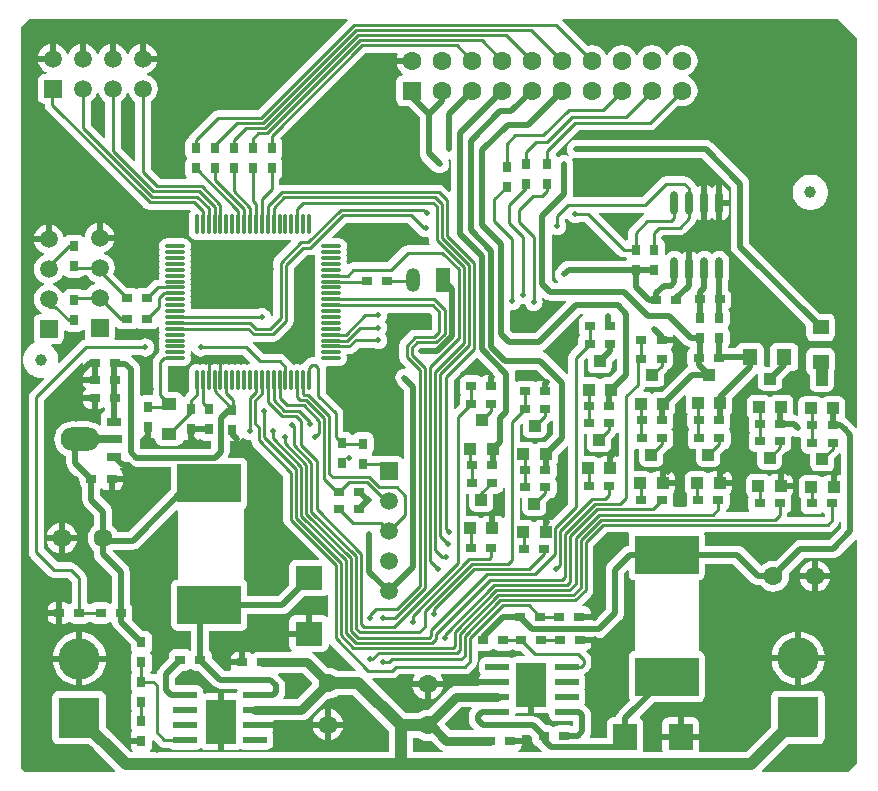
<source format=gtl>
G04 Layer_Physical_Order=1*
G04 Layer_Color=255*
%FSLAX25Y25*%
%MOIN*%
G70*
G01*
G75*
%ADD10R,0.03100X0.03500*%
%ADD11R,0.03500X0.03100*%
%ADD12R,0.21260X0.12992*%
%ADD13R,0.05118X0.03937*%
%ADD14R,0.04000X0.04000*%
%ADD15R,0.05118X0.05512*%
%ADD16R,0.05000X0.03150*%
%ADD17R,0.10000X0.03150*%
%ADD18O,0.12992X0.07874*%
%ADD19R,0.08000X0.09055*%
%ADD20R,0.07874X0.02362*%
%ADD21R,0.09842X0.14961*%
%ADD22O,0.06693X0.01181*%
%ADD23O,0.01181X0.06693*%
%ADD24R,0.05512X0.05118*%
%ADD25R,0.09055X0.08000*%
%ADD26O,0.02400X0.08000*%
%ADD27C,0.03937*%
%ADD28C,0.02000*%
%ADD29C,0.01000*%
%ADD30C,0.04000*%
%ADD31C,0.03000*%
%ADD32C,0.05905*%
%ADD33R,0.05905X0.05905*%
%ADD34C,0.06299*%
%ADD35R,0.06299X0.06299*%
%ADD36R,0.04724X0.07874*%
%ADD37O,0.04724X0.07874*%
%ADD38C,0.13780*%
%ADD39R,0.13780X0.13780*%
%ADD40R,0.05905X0.05905*%
%ADD41C,0.01968*%
%ADD42C,0.03200*%
G36*
X23360Y139002D02*
Y137350D01*
X23515Y136570D01*
X23896Y136000D01*
X23515Y135430D01*
X23360Y134650D01*
Y134100D01*
X27149D01*
Y132100D01*
X23360D01*
Y131550D01*
X23515Y130770D01*
X23896Y130200D01*
X23515Y129630D01*
X23360Y128850D01*
Y128300D01*
X27149D01*
Y127300D01*
X28149D01*
Y123711D01*
X28899D01*
X29680Y123866D01*
X30117Y124159D01*
X30617Y123891D01*
Y122915D01*
X30363Y122864D01*
X29701Y122422D01*
X29259Y121761D01*
X29104Y120980D01*
Y118283D01*
X28604Y118046D01*
X28099Y118460D01*
X27068Y119012D01*
X25949Y119351D01*
X24785Y119466D01*
X19667D01*
X18503Y119351D01*
X17384Y119012D01*
X16353Y118460D01*
X15449Y117718D01*
X14707Y116814D01*
X14155Y115783D01*
X13816Y114664D01*
X13701Y113500D01*
X13816Y112336D01*
X14155Y111217D01*
X14707Y110186D01*
X15449Y109282D01*
X16353Y108540D01*
X17384Y107988D01*
X17674Y107900D01*
Y105551D01*
X17777Y104768D01*
X18079Y104038D01*
X18560Y103411D01*
X22262Y99710D01*
Y98650D01*
X22417Y97870D01*
X22859Y97208D01*
X23025Y97097D01*
Y93249D01*
X23128Y92466D01*
X23430Y91736D01*
X23911Y91110D01*
X26974Y88047D01*
Y84669D01*
X26327Y84173D01*
X25502Y83097D01*
X24983Y81844D01*
X24806Y80500D01*
X24983Y79156D01*
X25502Y77903D01*
X26327Y76827D01*
X26974Y76331D01*
Y75100D01*
X27077Y74317D01*
X27380Y73587D01*
X27860Y72960D01*
X32774Y68047D01*
Y58971D01*
X32317Y58667D01*
X32095Y58724D01*
X31630Y59034D01*
X30850Y59189D01*
X27350D01*
X26570Y59034D01*
X25908Y58592D01*
X25851Y58506D01*
X25249D01*
X25192Y58592D01*
X24549Y59022D01*
Y67100D01*
X24355Y68076D01*
X23802Y68902D01*
X21002Y71702D01*
X20176Y72255D01*
X19200Y72449D01*
X14756D01*
X10249Y76956D01*
Y126544D01*
X22898Y139193D01*
X23360Y139002D01*
D02*
G37*
G36*
X104951Y61548D02*
Y54452D01*
X104451Y54271D01*
X103908Y54634D01*
X103128Y54789D01*
X99600D01*
Y48750D01*
X98600D01*
Y47750D01*
X92033D01*
Y44750D01*
X92189Y43970D01*
X92630Y43308D01*
X92897Y43130D01*
X92745Y42630D01*
X85096D01*
X84799Y42689D01*
X81299D01*
X80519Y42534D01*
X79857Y42092D01*
X79541D01*
X78879Y42534D01*
X78099Y42689D01*
X77349D01*
Y39100D01*
X76349D01*
Y38100D01*
X72560D01*
Y37550D01*
X72684Y36926D01*
X72389Y36426D01*
X70202D01*
X66138Y40490D01*
Y41550D01*
X65983Y42330D01*
X65541Y42992D01*
X65375Y43103D01*
Y49689D01*
X76030D01*
X76810Y49844D01*
X77472Y50286D01*
X77914Y50948D01*
X78069Y51728D01*
Y55199D01*
X89574D01*
X90358Y55302D01*
X91087Y55604D01*
X91714Y56085D01*
X96840Y61211D01*
X103128D01*
X103908Y61366D01*
X104451Y61729D01*
X104951Y61548D01*
D02*
G37*
G36*
X179974Y119509D02*
Y115289D01*
X177300Y112615D01*
X175540D01*
X174760Y112460D01*
X174102Y112020D01*
X173985Y111945D01*
X173615D01*
X173498Y112020D01*
X172840Y112460D01*
X172060Y112615D01*
X168849D01*
Y118244D01*
X169299Y118694D01*
X169761Y118503D01*
Y116024D01*
X169916Y115244D01*
X170358Y114583D01*
X171020Y114140D01*
X171800Y113985D01*
X175800D01*
X176580Y114140D01*
X177242Y114583D01*
X177684Y115244D01*
X177839Y116024D01*
Y118459D01*
X179002Y119622D01*
X179092Y119756D01*
X179545Y119844D01*
X179974Y119509D01*
D02*
G37*
G36*
X201851Y115450D02*
Y108128D01*
X201351Y107733D01*
X200940Y107815D01*
X199940D01*
Y103776D01*
X197940D01*
Y107815D01*
X196940D01*
X196160Y107660D01*
X195502Y107220D01*
X195385Y107145D01*
X195015D01*
X194898Y107220D01*
X194240Y107660D01*
X193460Y107815D01*
X190149D01*
Y115328D01*
X190250Y115411D01*
X191008D01*
X191161Y115224D01*
Y111224D01*
X191316Y110444D01*
X191758Y109783D01*
X192420Y109341D01*
X193200Y109185D01*
X197200D01*
X197980Y109341D01*
X198642Y109783D01*
X199084Y110444D01*
X199239Y111224D01*
Y113659D01*
X200502Y114922D01*
X200887Y115498D01*
X201230Y115566D01*
X201410Y115686D01*
X201851Y115450D01*
D02*
G37*
G36*
X45900Y113862D02*
X46450D01*
X46902Y113952D01*
X47402Y113576D01*
Y113331D01*
X47557Y112551D01*
X47999Y111890D01*
X48661Y111448D01*
X49441Y111292D01*
X54559D01*
X55339Y111448D01*
X56001Y111890D01*
X56443Y112551D01*
X56545Y113064D01*
X57064Y113312D01*
X57090Y113311D01*
X57850Y113160D01*
X58400D01*
Y116949D01*
X60400D01*
Y113160D01*
X60950D01*
X61730Y113315D01*
X62288Y113688D01*
X62308Y113657D01*
X62970Y113215D01*
X63750Y113060D01*
X66074D01*
Y110653D01*
X65847Y110426D01*
X42326D01*
Y113624D01*
X42826Y113966D01*
X43350Y113862D01*
X43900D01*
Y117651D01*
X45900D01*
Y113862D01*
D02*
G37*
G36*
X223860Y145060D02*
X224487Y144580D01*
X225217Y144277D01*
X225561Y144232D01*
X225686Y143744D01*
X225308Y143492D01*
X224866Y142830D01*
X224711Y142050D01*
Y138950D01*
X224866Y138170D01*
X224933Y138070D01*
X224788Y137591D01*
X224676Y137545D01*
X224049Y137064D01*
X216400Y129415D01*
X214640D01*
X213860Y129260D01*
X213202Y128820D01*
X213085Y128745D01*
X212715D01*
X212598Y128820D01*
X211940Y129260D01*
X211160Y129415D01*
X210311D01*
X210048Y129915D01*
X210455Y130525D01*
X210522Y130860D01*
X210900Y130785D01*
X214900D01*
X215680Y130940D01*
X216342Y131383D01*
X216784Y132044D01*
X216939Y132824D01*
Y135259D01*
X217902Y136222D01*
X218287Y136798D01*
X218630Y136866D01*
X219292Y137308D01*
X219734Y137970D01*
X219889Y138750D01*
Y141850D01*
X219734Y142630D01*
X219292Y143292D01*
Y143508D01*
X219734Y144170D01*
X219889Y144950D01*
Y145500D01*
X216100D01*
Y147500D01*
X219889D01*
Y148050D01*
X219821Y148393D01*
X220282Y148639D01*
X223860Y145060D01*
D02*
G37*
G36*
X189892Y154658D02*
X189770Y154634D01*
X189108Y154192D01*
X188666Y153530D01*
X188511Y152750D01*
Y149650D01*
X188666Y148870D01*
X189039Y148312D01*
X189008Y148292D01*
X188566Y147630D01*
X188411Y146850D01*
Y145116D01*
X185798Y142502D01*
X185245Y141675D01*
X185051Y140700D01*
Y135309D01*
X184589Y135118D01*
X177867Y141840D01*
X177240Y142321D01*
X176522Y142618D01*
X176507Y142657D01*
X176461Y143134D01*
X176813Y143280D01*
X177440Y143760D01*
X188838Y155158D01*
X189843D01*
X189892Y154658D01*
D02*
G37*
G36*
X59893Y142595D02*
X60372Y141972D01*
X60995Y141493D01*
X61721Y141193D01*
X62500Y141090D01*
X63279Y141193D01*
X64005Y141493D01*
X64080Y141551D01*
X76544D01*
X79020Y139075D01*
X78969Y138837D01*
X78817Y138572D01*
X78240Y138496D01*
X77931Y138368D01*
X77623Y138496D01*
X76947Y138584D01*
X76271Y138496D01*
X75963Y138368D01*
X75655Y138496D01*
X74979Y138584D01*
X74303Y138496D01*
X73994Y138368D01*
X73686Y138496D01*
X73010Y138584D01*
X72334Y138496D01*
X72026Y138368D01*
X71718Y138496D01*
X71042Y138584D01*
X70366Y138496D01*
X70057Y138368D01*
X69749Y138496D01*
X69073Y138584D01*
X68397Y138496D01*
X68089Y138368D01*
X67781Y138496D01*
X67105Y138584D01*
X66428Y138496D01*
X66120Y138368D01*
X65812Y138496D01*
X65136Y138584D01*
X64460Y138496D01*
X64152Y138368D01*
X63844Y138496D01*
X63168Y138584D01*
X62491Y138496D01*
X62183Y138368D01*
X61875Y138496D01*
X61199Y138584D01*
X60523Y138496D01*
X59893Y138234D01*
X59352Y137819D01*
X58936Y137278D01*
X58675Y136648D01*
X58586Y135972D01*
Y130460D01*
X58650Y129974D01*
Y129455D01*
X57598Y128402D01*
X57045Y127576D01*
X57030Y127501D01*
X56539Y127501D01*
X56518Y127516D01*
X56443Y127891D01*
X56001Y128553D01*
X55339Y128995D01*
X54559Y129150D01*
X51597D01*
X51549Y129198D01*
Y137886D01*
X56672D01*
X57348Y137975D01*
X57978Y138236D01*
X58519Y138652D01*
X58934Y139193D01*
X59196Y139823D01*
X59285Y140499D01*
X59196Y141175D01*
X59068Y141483D01*
X59196Y141791D01*
X59285Y142468D01*
X59228Y142893D01*
X59716Y143024D01*
X59893Y142595D01*
D02*
G37*
G36*
X160070Y135351D02*
X159878Y134889D01*
X157650D01*
X156870Y134734D01*
X156208Y134292D01*
X155892D01*
X155230Y134734D01*
X154450Y134889D01*
X150950D01*
X150170Y134734D01*
X149508Y134292D01*
X149066Y133630D01*
X148911Y132850D01*
Y129750D01*
X149066Y128970D01*
X149485Y128343D01*
X149408Y128292D01*
X148966Y127630D01*
X148811Y126850D01*
Y125116D01*
X147211Y123516D01*
X146749Y123707D01*
Y133244D01*
X154463Y140958D01*
X160070Y135351D01*
D02*
G37*
G36*
X177597Y133551D02*
X177406Y133089D01*
X175650D01*
X174870Y132934D01*
X174208Y132492D01*
X173892D01*
X173230Y132934D01*
X172450Y133089D01*
X168950D01*
X168170Y132934D01*
X167826Y132704D01*
X167326Y132972D01*
Y135400D01*
X167224Y136174D01*
X167214Y136280D01*
X167531Y136674D01*
X174474D01*
X177597Y133551D01*
D02*
G37*
G36*
X191461Y140303D02*
Y137524D01*
X191616Y136744D01*
X192058Y136082D01*
X192720Y135641D01*
X193500Y135485D01*
X197500D01*
X198280Y135641D01*
X198942Y136082D01*
X199384Y136744D01*
X199539Y137524D01*
Y139284D01*
X200674Y140419D01*
X201174Y140212D01*
Y136289D01*
X199000Y134115D01*
X197240D01*
X196460Y133960D01*
X195802Y133520D01*
X195685Y133445D01*
X195315D01*
X195198Y133520D01*
X194540Y133960D01*
X193760Y134115D01*
X190149D01*
Y139644D01*
X190999Y140494D01*
X191461Y140303D01*
D02*
G37*
G36*
X59819Y36566D02*
X60599Y36411D01*
X61659D01*
X66809Y31260D01*
X67436Y30779D01*
X68166Y30477D01*
X68949Y30374D01*
X74384D01*
X74788Y29874D01*
X74710Y29481D01*
Y29116D01*
X74323Y28799D01*
X74221Y28820D01*
X70300D01*
Y19300D01*
Y9781D01*
X74221D01*
X75002Y9936D01*
X75663Y10378D01*
X75691Y10420D01*
X75968Y10235D01*
X76749Y10080D01*
X84623D01*
X85403Y10235D01*
X86065Y10677D01*
X86507Y11338D01*
X86662Y12119D01*
Y14481D01*
X86507Y15261D01*
X86147Y15800D01*
X86507Y16339D01*
X86662Y17119D01*
Y17300D01*
X80686D01*
Y19300D01*
X86662D01*
Y19481D01*
X86899Y19770D01*
X96000D01*
X96914Y19890D01*
X97765Y20243D01*
X98496Y20804D01*
X104722Y27029D01*
X104900Y27006D01*
X106244Y27183D01*
X107497Y27702D01*
X108101Y28166D01*
X113329D01*
X125165Y16329D01*
Y9134D01*
X45584D01*
X45432Y9634D01*
X45692Y9808D01*
X46134Y10470D01*
X46289Y11250D01*
Y13053D01*
X46751Y13244D01*
X48498Y11498D01*
X49325Y10945D01*
X50300Y10751D01*
X51872D01*
X51921Y10677D01*
X52583Y10235D01*
X53363Y10080D01*
X61237D01*
X62017Y10235D01*
X62679Y10677D01*
X62879Y10464D01*
X62937Y10378D01*
X63598Y9936D01*
X64379Y9781D01*
X68300D01*
Y19300D01*
Y28820D01*
X64379D01*
X63776Y28700D01*
X63276Y29005D01*
Y29481D01*
X63121Y30261D01*
X62679Y30923D01*
X62017Y31365D01*
X61237Y31520D01*
X53926D01*
Y33997D01*
X56339Y36411D01*
X57399D01*
X58179Y36566D01*
X58841Y37008D01*
X59157D01*
X59819Y36566D01*
D02*
G37*
G36*
X185051Y111154D02*
Y92056D01*
X179612Y86617D01*
X179421Y86655D01*
X178421D01*
Y85228D01*
X178266Y84996D01*
X178071Y84021D01*
Y82616D01*
X176421D01*
Y86655D01*
X175421D01*
X174640Y86500D01*
X173982Y86060D01*
X173866Y85986D01*
X173495D01*
X173379Y86060D01*
X172721Y86500D01*
X171940Y86655D01*
X168849D01*
Y93910D01*
X168850Y93911D01*
X169641D01*
Y90065D01*
X169797Y89284D01*
X170239Y88623D01*
X170900Y88181D01*
X171680Y88025D01*
X175680D01*
X176461Y88181D01*
X177122Y88623D01*
X177564Y89284D01*
X177720Y90065D01*
Y92499D01*
X179102Y93882D01*
X179133Y93927D01*
X179830Y94066D01*
X180492Y94508D01*
X180934Y95170D01*
X181089Y95950D01*
Y99050D01*
X180934Y99830D01*
X180620Y100300D01*
X180934Y100770D01*
X181089Y101550D01*
Y104650D01*
X180991Y105146D01*
X181424Y105795D01*
X181579Y106576D01*
Y108335D01*
X184589Y111345D01*
X185051Y111154D01*
D02*
G37*
G36*
X160770Y43166D02*
X161550Y43011D01*
X165050D01*
X165830Y43166D01*
X166300Y43480D01*
X166770Y43166D01*
X167550Y43011D01*
X169284D01*
X170614Y41681D01*
X170422Y41219D01*
X167779D01*
X166998Y41064D01*
X166337Y40622D01*
X166309Y40580D01*
X166032Y40765D01*
X165251Y40920D01*
X157377D01*
X156597Y40765D01*
X155935Y40323D01*
X155493Y39661D01*
X155338Y38881D01*
Y36519D01*
X155493Y35739D01*
X155853Y35200D01*
X155493Y34661D01*
X155338Y33881D01*
Y33700D01*
X161314D01*
Y31700D01*
X155338D01*
Y31519D01*
X155101Y31230D01*
X147700D01*
X146786Y31110D01*
X145935Y30757D01*
X145204Y30196D01*
X138278Y23271D01*
X138100Y23294D01*
X136756Y23117D01*
X135503Y22598D01*
X134899Y22135D01*
X130771D01*
X119601Y33305D01*
X119792Y33767D01*
X126116D01*
X127091Y33961D01*
X127918Y34513D01*
X128556Y35151D01*
X133554D01*
X133775Y34703D01*
X133602Y34477D01*
X133083Y33224D01*
X133038Y32879D01*
X138100D01*
X143162D01*
X143117Y33224D01*
X142598Y34477D01*
X142425Y34703D01*
X142646Y35151D01*
X150500D01*
X151476Y35345D01*
X152302Y35898D01*
X154102Y37698D01*
X154655Y38524D01*
X154849Y39500D01*
Y43010D01*
X154850Y43011D01*
X158350D01*
X159130Y43166D01*
X159792Y43608D01*
X160108D01*
X160770Y43166D01*
D02*
G37*
G36*
X275974Y86074D02*
Y84053D01*
X271847Y79926D01*
X262400D01*
X261617Y79823D01*
X260887Y79520D01*
X260260Y79040D01*
X254208Y72988D01*
X253400Y73094D01*
X252056Y72917D01*
X250803Y72398D01*
X249727Y71573D01*
X249645Y71466D01*
X249146Y71433D01*
X243464Y77115D01*
X242837Y77596D01*
X242108Y77898D01*
X241324Y78001D01*
X230469D01*
Y81472D01*
X230374Y81951D01*
X230736Y82451D01*
X271500D01*
X272476Y82645D01*
X273302Y83198D01*
X274802Y84698D01*
X275355Y85524D01*
X275474Y86124D01*
X275974Y86074D01*
D02*
G37*
G36*
X105698Y45398D02*
X114399Y36696D01*
X114207Y36235D01*
X108101D01*
X107497Y36698D01*
X106244Y37217D01*
X104900Y37394D01*
X104722Y37371D01*
X100496Y41596D01*
X99765Y42157D01*
X99636Y42211D01*
X99735Y42711D01*
X103128D01*
X103908Y42866D01*
X104569Y43308D01*
X105011Y43970D01*
X105167Y44750D01*
Y45331D01*
X105645Y45476D01*
X105698Y45398D01*
D02*
G37*
G36*
X163751Y97209D02*
Y87466D01*
X163251Y87314D01*
X163182Y87418D01*
X162521Y87860D01*
X161740Y88015D01*
X160740D01*
Y83975D01*
X158740D01*
Y88015D01*
X157740D01*
X156960Y87860D01*
X156302Y87420D01*
X156185Y87345D01*
X155815D01*
X155698Y87420D01*
X155040Y87860D01*
X154260Y88015D01*
X150849D01*
Y95246D01*
X151050Y95411D01*
X151961D01*
Y91424D01*
X152116Y90644D01*
X152558Y89982D01*
X153220Y89540D01*
X154000Y89385D01*
X158000D01*
X158780Y89540D01*
X159442Y89982D01*
X159884Y90644D01*
X160039Y91424D01*
Y95411D01*
X161250D01*
X162030Y95566D01*
X162692Y96008D01*
X163134Y96670D01*
X163251Y97258D01*
X163751Y97209D01*
D02*
G37*
G36*
X77295Y113593D02*
X78021Y113293D01*
X78800Y113190D01*
X79204Y113243D01*
X79235Y113216D01*
X79429Y112240D01*
X79982Y111413D01*
X90051Y101344D01*
Y86600D01*
X90245Y85624D01*
X90798Y84798D01*
X101844Y73751D01*
X101653Y73289D01*
X94072D01*
X93292Y73134D01*
X92630Y72692D01*
X92189Y72030D01*
X92033Y71250D01*
Y64963D01*
X88321Y61250D01*
X78069D01*
Y64720D01*
X77914Y65501D01*
X77472Y66162D01*
X77030Y66458D01*
X76810Y66635D01*
Y90396D01*
X77472Y90838D01*
X77914Y91499D01*
X78069Y92279D01*
Y105272D01*
X77914Y106052D01*
X77472Y106714D01*
X76810Y107156D01*
X76030Y107311D01*
X71844D01*
X71623Y107759D01*
X71720Y107887D01*
X72023Y108617D01*
X72126Y109400D01*
X72126Y109400D01*
Y112862D01*
X74550D01*
X75330Y113017D01*
X75992Y113459D01*
X76234Y113821D01*
X76312Y113866D01*
X76866Y113923D01*
X77295Y113593D01*
D02*
G37*
G36*
X173700Y22181D02*
X177621D01*
X178224Y22300D01*
X178724Y21995D01*
Y21519D01*
X178879Y20739D01*
X179321Y20077D01*
X179983Y19635D01*
X180763Y19480D01*
X186674D01*
Y18168D01*
X186233Y17932D01*
X186081Y18034D01*
X185301Y18189D01*
X181801D01*
X181020Y18034D01*
X180359Y17592D01*
X180043D01*
X179381Y18034D01*
X178601Y18189D01*
X177541D01*
X175490Y20240D01*
X174864Y20720D01*
X174134Y21023D01*
X173351Y21126D01*
X167606D01*
X167289Y21512D01*
X167290Y21519D01*
Y21884D01*
X167677Y22201D01*
X167779Y22181D01*
X171700D01*
Y31700D01*
X173700D01*
Y22181D01*
D02*
G37*
G36*
X281251Y80065D02*
Y5656D01*
X278144Y2549D01*
X249708D01*
X249517Y3011D01*
X258377Y11871D01*
X268490D01*
X269270Y12026D01*
X269932Y12468D01*
X270374Y13130D01*
X270529Y13910D01*
Y27690D01*
X270374Y28470D01*
X269932Y29132D01*
X269270Y29574D01*
X268490Y29729D01*
X254710D01*
X253930Y29574D01*
X253268Y29132D01*
X252826Y28470D01*
X252671Y27690D01*
Y17577D01*
X244229Y9134D01*
X228756D01*
X228439Y9521D01*
X228489Y9772D01*
Y13300D01*
X222450D01*
X216411D01*
Y9772D01*
X216461Y9521D01*
X216144Y9134D01*
X210256D01*
X209939Y9521D01*
X209989Y9772D01*
Y18828D01*
X209834Y19608D01*
X209392Y20269D01*
X208936Y20574D01*
X208820Y21165D01*
X213544Y25889D01*
X228430D01*
X229210Y26044D01*
X229872Y26486D01*
X230314Y27148D01*
X230469Y27928D01*
Y40920D01*
X230314Y41701D01*
X229872Y42362D01*
X229210Y42804D01*
X228430Y42960D01*
Y66440D01*
X229210Y66596D01*
X229872Y67038D01*
X230314Y67699D01*
X230469Y68480D01*
Y71950D01*
X240071D01*
X246260Y65760D01*
X246887Y65280D01*
X247617Y64977D01*
X248400Y64874D01*
X249231D01*
X249727Y64227D01*
X250803Y63402D01*
X252056Y62883D01*
X253400Y62706D01*
X254744Y62883D01*
X255997Y63402D01*
X257073Y64227D01*
X257898Y65303D01*
X258417Y66556D01*
X258594Y67900D01*
X258488Y68708D01*
X263653Y73874D01*
X273100D01*
X273883Y73977D01*
X274613Y74279D01*
X275240Y74760D01*
X280751Y80272D01*
X281251Y80065D01*
D02*
G37*
G36*
X38860Y105260D02*
X39487Y104780D01*
X40217Y104477D01*
X41000Y104374D01*
X52731D01*
Y96810D01*
X38647Y82726D01*
X34652D01*
X34498Y83097D01*
X33673Y84173D01*
X33026Y84669D01*
Y89300D01*
X32923Y90083D01*
X32620Y90813D01*
X32140Y91440D01*
X29077Y94503D01*
Y97030D01*
X29218Y97129D01*
X29559Y97208D01*
X30220Y96766D01*
X31001Y96611D01*
X31751D01*
Y100200D01*
X32751D01*
Y101200D01*
X36540D01*
Y101750D01*
X36385Y102530D01*
X35943Y103192D01*
X35511Y103481D01*
X35663Y103981D01*
X36143D01*
X36924Y104136D01*
X37585Y104578D01*
X38027Y105239D01*
X38065Y105432D01*
X38544Y105577D01*
X38860Y105260D01*
D02*
G37*
G36*
X99729Y32378D02*
X99706Y32200D01*
X99729Y32022D01*
X94538Y26830D01*
X90170D01*
X89923Y27330D01*
X90121Y27587D01*
X90423Y28317D01*
X90526Y29100D01*
Y31500D01*
X90526Y31500D01*
X90423Y32283D01*
X90121Y33013D01*
X89640Y33640D01*
X89640Y33640D01*
X88209Y35070D01*
X88417Y35570D01*
X96538D01*
X99729Y32378D01*
D02*
G37*
G36*
X54770Y89584D02*
Y66760D01*
X53990Y66604D01*
X53328Y66162D01*
X52886Y65501D01*
X52731Y64720D01*
Y51728D01*
X52886Y50948D01*
X53328Y50286D01*
X53990Y49844D01*
X54770Y49689D01*
X59323D01*
Y43371D01*
X58866Y43067D01*
X58644Y43124D01*
X58179Y43434D01*
X57399Y43589D01*
X53899D01*
X53119Y43434D01*
X52457Y42992D01*
X52015Y42330D01*
X51860Y41550D01*
Y40490D01*
X48760Y37391D01*
X48280Y36764D01*
X47977Y36034D01*
X47904Y35480D01*
X47887Y35448D01*
X47494Y35148D01*
X47374Y35115D01*
X46700Y35249D01*
X46121D01*
X45962Y35487D01*
X45697Y35900D01*
X45962Y36313D01*
X46134Y36570D01*
X46289Y37350D01*
Y40850D01*
X46134Y41630D01*
X45692Y42292D01*
Y42608D01*
X46134Y43270D01*
X46289Y44050D01*
Y47550D01*
X46134Y48330D01*
X45692Y48992D01*
X45030Y49434D01*
X44250Y49589D01*
X43190D01*
X39446Y53333D01*
X39589Y54050D01*
Y57150D01*
X39434Y57930D01*
X38992Y58592D01*
X38826Y58703D01*
Y69300D01*
X38723Y70083D01*
X38421Y70813D01*
X37940Y71440D01*
X33307Y76073D01*
X33339Y76572D01*
X33473Y76674D01*
X39900D01*
X40683Y76777D01*
X41413Y77079D01*
X42040Y77560D01*
X54270Y89791D01*
X54770Y89584D01*
D02*
G37*
G36*
X111530Y253251D02*
X81428Y223149D01*
X68100D01*
X67124Y222955D01*
X66298Y222402D01*
X59098Y215202D01*
X58545Y214375D01*
X58486Y214078D01*
X57908Y213692D01*
X57466Y213030D01*
X57311Y212250D01*
Y208750D01*
X57466Y207970D01*
X57776Y207505D01*
X57867Y207150D01*
X57776Y206795D01*
X57466Y206330D01*
X57311Y205550D01*
Y202050D01*
X57466Y201270D01*
X57747Y200849D01*
X57480Y200349D01*
X49056D01*
X45749Y203656D01*
Y226013D01*
X46732Y226768D01*
X47526Y227802D01*
X48025Y229007D01*
X48195Y230300D01*
X48025Y231593D01*
X47526Y232798D01*
X46732Y233832D01*
X45698Y234626D01*
X44724Y235029D01*
Y235571D01*
X45698Y235974D01*
X46732Y236768D01*
X47526Y237802D01*
X48025Y239007D01*
X48064Y239300D01*
X43200D01*
Y240300D01*
X42200D01*
Y245164D01*
X41907Y245125D01*
X40702Y244626D01*
X39668Y243832D01*
X38874Y242798D01*
X38471Y241824D01*
X37929D01*
X37526Y242798D01*
X36732Y243832D01*
X35698Y244626D01*
X34493Y245125D01*
X34200Y245164D01*
Y240300D01*
X32200D01*
Y245164D01*
X31907Y245125D01*
X30702Y244626D01*
X29668Y243832D01*
X28874Y242798D01*
X28471Y241824D01*
X27929D01*
X27526Y242798D01*
X26732Y243832D01*
X25698Y244626D01*
X24493Y245125D01*
X24200Y245164D01*
Y240300D01*
X22200D01*
Y245164D01*
X21907Y245125D01*
X20702Y244626D01*
X19668Y243832D01*
X18874Y242798D01*
X18471Y241824D01*
X17929D01*
X17526Y242798D01*
X16732Y243832D01*
X15698Y244626D01*
X14493Y245125D01*
X14200Y245164D01*
Y240300D01*
X13200D01*
Y239300D01*
X8336D01*
X8375Y239007D01*
X8874Y237802D01*
X9668Y236768D01*
X10702Y235974D01*
X11141Y235792D01*
X11042Y235292D01*
X10247D01*
X9467Y235137D01*
X8805Y234695D01*
X8363Y234033D01*
X8208Y233253D01*
Y227347D01*
X8363Y226567D01*
X8805Y225905D01*
X9467Y225463D01*
X10247Y225308D01*
X10451D01*
Y225000D01*
X10645Y224025D01*
X11198Y223198D01*
X43698Y190698D01*
X44524Y190145D01*
X45500Y189951D01*
X58847D01*
X59093Y189451D01*
X58936Y189247D01*
X58675Y188616D01*
X58586Y187940D01*
Y182428D01*
X58675Y181752D01*
X58936Y181122D01*
X59352Y180581D01*
X59893Y180166D01*
X60523Y179904D01*
X61199Y179815D01*
X61875Y179904D01*
X62183Y180032D01*
X62491Y179904D01*
X63168Y179815D01*
X63844Y179904D01*
X64152Y180032D01*
X64460Y179904D01*
X65136Y179815D01*
X65812Y179904D01*
X66120Y180032D01*
X66428Y179904D01*
X67105Y179815D01*
X67781Y179904D01*
X68089Y180032D01*
X68397Y179904D01*
X69073Y179815D01*
X69749Y179904D01*
X70057Y180032D01*
X70366Y179904D01*
X71042Y179815D01*
X71718Y179904D01*
X72026Y180032D01*
X72334Y179904D01*
X73010Y179815D01*
X73686Y179904D01*
X73994Y180032D01*
X74303Y179904D01*
X74979Y179815D01*
X75655Y179904D01*
X75963Y180032D01*
X76271Y179904D01*
X76947Y179815D01*
X77623Y179904D01*
X77931Y180032D01*
X78240Y179904D01*
X78916Y179815D01*
X79592Y179904D01*
X79900Y180032D01*
X80208Y179904D01*
X80884Y179815D01*
X81560Y179904D01*
X81868Y180032D01*
X82177Y179904D01*
X82853Y179815D01*
X83529Y179904D01*
X83837Y180032D01*
X84145Y179904D01*
X84821Y179815D01*
X85497Y179904D01*
X85805Y180032D01*
X86114Y179904D01*
X86790Y179815D01*
X87466Y179904D01*
X87774Y180032D01*
X88082Y179904D01*
X88758Y179815D01*
X89434Y179904D01*
X89742Y180032D01*
X90051Y179904D01*
X90727Y179815D01*
X91403Y179904D01*
X91711Y180032D01*
X92019Y179904D01*
X92437Y179849D01*
X92617Y179322D01*
X87398Y174102D01*
X86845Y173275D01*
X86651Y172300D01*
Y154994D01*
X86267Y154675D01*
X85816Y154828D01*
X85786Y155058D01*
X85486Y155784D01*
X85007Y156407D01*
X84384Y156886D01*
X83658Y157186D01*
X82879Y157289D01*
X82100Y157186D01*
X81374Y156886D01*
X81299Y156828D01*
X59317D01*
X59087Y157278D01*
X59196Y157539D01*
X59285Y158216D01*
X59196Y158892D01*
X59068Y159200D01*
X59196Y159508D01*
X59285Y160184D01*
X59196Y160861D01*
X59068Y161169D01*
X59196Y161477D01*
X59285Y162153D01*
X59196Y162829D01*
X59068Y163137D01*
X59196Y163445D01*
X59285Y164121D01*
X59196Y164797D01*
X59068Y165105D01*
X59196Y165413D01*
X59285Y166090D01*
X59196Y166766D01*
X59068Y167074D01*
X59196Y167382D01*
X59285Y168058D01*
X59196Y168735D01*
X59068Y169043D01*
X59196Y169351D01*
X59285Y170027D01*
X59196Y170703D01*
X59068Y171011D01*
X59196Y171319D01*
X59285Y171995D01*
X59196Y172672D01*
X59068Y172979D01*
X59196Y173287D01*
X59285Y173964D01*
X59196Y174640D01*
X59068Y174948D01*
X59196Y175256D01*
X59285Y175932D01*
X59196Y176609D01*
X59068Y176917D01*
X59196Y177225D01*
X59285Y177901D01*
X59196Y178577D01*
X58934Y179207D01*
X58519Y179748D01*
X57978Y180164D01*
X57348Y180425D01*
X56672Y180514D01*
X51160D01*
X50484Y180425D01*
X49853Y180164D01*
X49312Y179748D01*
X48897Y179207D01*
X48636Y178577D01*
X48547Y177901D01*
X48636Y177225D01*
X48763Y176917D01*
X48636Y176609D01*
X48547Y175932D01*
X48636Y175256D01*
X48763Y174948D01*
X48636Y174640D01*
X48547Y173964D01*
X48636Y173287D01*
X48763Y172979D01*
X48636Y172672D01*
X48547Y171995D01*
X48636Y171319D01*
X48763Y171011D01*
X48636Y170703D01*
X48547Y170027D01*
X48636Y169351D01*
X48763Y169043D01*
X48636Y168735D01*
X48547Y168058D01*
X48636Y167382D01*
X48744Y167120D01*
X48514Y166670D01*
X48121D01*
X47146Y166476D01*
X46319Y165924D01*
X44484Y164089D01*
X42750D01*
X41970Y163934D01*
X41308Y163492D01*
X40992D01*
X40330Y163934D01*
X39550Y164089D01*
X37816D01*
X33295Y168610D01*
X33625Y169407D01*
X33795Y170700D01*
X33625Y171993D01*
X33126Y173198D01*
X32332Y174232D01*
X31298Y175026D01*
X30324Y175429D01*
Y175971D01*
X31298Y176374D01*
X32332Y177168D01*
X33126Y178202D01*
X33625Y179407D01*
X33664Y179700D01*
X28800D01*
Y180700D01*
X27800D01*
Y185564D01*
X27507Y185525D01*
X26302Y185026D01*
X25268Y184232D01*
X24474Y183198D01*
X23975Y181993D01*
X23851Y181055D01*
X23331Y180933D01*
X23292Y180992D01*
X22630Y181434D01*
X21850Y181589D01*
X18750D01*
X17970Y181434D01*
X17308Y180992D01*
X17214Y180851D01*
X16694Y180973D01*
X16625Y181493D01*
X16126Y182698D01*
X15332Y183732D01*
X14298Y184526D01*
X13093Y185025D01*
X12800Y185064D01*
Y180200D01*
X11800D01*
Y179200D01*
X6936D01*
X6975Y178907D01*
X7474Y177702D01*
X8268Y176668D01*
X9302Y175874D01*
X10276Y175471D01*
Y174929D01*
X9302Y174526D01*
X8268Y173732D01*
X7474Y172698D01*
X6975Y171493D01*
X6804Y170200D01*
X6975Y168907D01*
X7474Y167702D01*
X8268Y166668D01*
X9302Y165874D01*
X10276Y165471D01*
Y164929D01*
X9302Y164526D01*
X8268Y163732D01*
X7474Y162698D01*
X6975Y161493D01*
X6804Y160200D01*
X6975Y158907D01*
X7474Y157702D01*
X8268Y156668D01*
X9302Y155874D01*
X9741Y155692D01*
X9642Y155192D01*
X8847D01*
X8067Y155037D01*
X7405Y154595D01*
X6963Y153933D01*
X6808Y153153D01*
Y147247D01*
X6963Y146467D01*
X7182Y146139D01*
X6999Y145522D01*
X6303Y145233D01*
X5336Y144587D01*
X4513Y143764D01*
X3867Y142797D01*
X3421Y141723D01*
X3195Y140582D01*
Y139418D01*
X3421Y138277D01*
X3867Y137203D01*
X4513Y136235D01*
X5336Y135413D01*
X6303Y134767D01*
X7377Y134321D01*
X8518Y134095D01*
X9682D01*
X9971Y134152D01*
X10206Y133711D01*
X5898Y129402D01*
X5345Y128576D01*
X5151Y127600D01*
Y75900D01*
X5345Y74924D01*
X5898Y74098D01*
X11898Y68098D01*
X12725Y67545D01*
X13700Y67351D01*
X18144D01*
X19451Y66044D01*
Y59022D01*
X19005Y58724D01*
X18650Y58632D01*
X18295Y58724D01*
X17830Y59034D01*
X17050Y59189D01*
X16300D01*
Y55600D01*
Y52011D01*
X17050D01*
X17830Y52166D01*
X18295Y52476D01*
X18650Y52567D01*
X19005Y52476D01*
X19470Y52166D01*
X20250Y52011D01*
X23750D01*
X24530Y52166D01*
X25192Y52608D01*
X25249Y52694D01*
X25851D01*
X25908Y52608D01*
X26570Y52166D01*
X27350Y52011D01*
X30850D01*
X31630Y52166D01*
X32095Y52476D01*
X32343Y52540D01*
X32830Y52275D01*
X32877Y51917D01*
X33180Y51187D01*
X33660Y50560D01*
X39111Y45110D01*
Y44050D01*
X39266Y43270D01*
X39708Y42608D01*
Y42292D01*
X39266Y41630D01*
X39111Y40850D01*
Y37350D01*
X39266Y36570D01*
X39438Y36313D01*
X39703Y35900D01*
X39438Y35487D01*
X39266Y35230D01*
X39111Y34450D01*
Y30950D01*
X39266Y30170D01*
X39576Y29705D01*
X39667Y29350D01*
X39576Y28995D01*
X39266Y28530D01*
X39111Y27750D01*
Y24250D01*
X39266Y23470D01*
X39680Y22850D01*
X39266Y22230D01*
X39111Y21450D01*
Y17950D01*
X39266Y17170D01*
X39708Y16508D01*
Y16192D01*
X39266Y15530D01*
X39111Y14750D01*
Y14000D01*
X42700D01*
Y12000D01*
X39111D01*
Y11250D01*
X39266Y10470D01*
X39708Y9808D01*
X39968Y9634D01*
X39816Y9134D01*
X39271D01*
X30929Y17477D01*
Y27590D01*
X30774Y28370D01*
X30332Y29032D01*
X29670Y29474D01*
X28890Y29629D01*
X15110D01*
X14330Y29474D01*
X13668Y29032D01*
X13226Y28370D01*
X13071Y27590D01*
Y13810D01*
X13226Y13030D01*
X13668Y12368D01*
X14330Y11926D01*
X15110Y11771D01*
X25223D01*
X33983Y3011D01*
X33792Y2549D01*
X3756D01*
X2549Y3756D01*
Y251044D01*
X5256Y253751D01*
X111322D01*
X111530Y253251D01*
D02*
G37*
G36*
X128211Y241835D02*
X127883Y241044D01*
X127838Y240700D01*
X132900D01*
Y238700D01*
X127838D01*
X127883Y238356D01*
X128402Y237103D01*
X129227Y236027D01*
X130059Y235389D01*
X129890Y234889D01*
X129750D01*
X128970Y234734D01*
X128308Y234292D01*
X127866Y233630D01*
X127711Y232850D01*
Y226550D01*
X127866Y225770D01*
X128308Y225109D01*
X128970Y224666D01*
X129750Y224511D01*
X131809D01*
X135524Y220797D01*
Y208850D01*
X135627Y208067D01*
X135930Y207337D01*
X136410Y206710D01*
X140060Y203060D01*
X140687Y202579D01*
X141417Y202277D01*
X142200Y202174D01*
X142983Y202277D01*
X143713Y202579D01*
X144340Y203060D01*
X144820Y203687D01*
X145123Y204417D01*
X145226Y205200D01*
X145123Y205983D01*
X144887Y206552D01*
X145128Y206976D01*
X145196Y207034D01*
X145350Y207054D01*
X145774Y206682D01*
Y196184D01*
X145312Y195993D01*
X143702Y197602D01*
X142876Y198155D01*
X141900Y198349D01*
X89496D01*
X89035Y198257D01*
X88649Y198575D01*
Y200312D01*
X89092Y200608D01*
X89534Y201270D01*
X89689Y202050D01*
Y205550D01*
X89534Y206330D01*
X89224Y206795D01*
X89132Y207150D01*
X89224Y207505D01*
X89534Y207970D01*
X89689Y208750D01*
Y212250D01*
X89534Y213030D01*
X89092Y213692D01*
X89065Y213961D01*
X117356Y242251D01*
X127933D01*
X128211Y241835D01*
D02*
G37*
G36*
X205226Y81951D02*
X205131Y81472D01*
Y77956D01*
X204692Y77898D01*
X203963Y77596D01*
X203336Y77115D01*
X198360Y72140D01*
X197880Y71513D01*
X197577Y70783D01*
X197474Y70000D01*
Y56826D01*
X193990Y53342D01*
X192489D01*
Y55850D01*
X192334Y56630D01*
X191892Y57292D01*
X191230Y57734D01*
X190450Y57889D01*
X189801D01*
X189594Y58389D01*
X192623Y61418D01*
X193176Y62245D01*
X193370Y63221D01*
Y78057D01*
X197764Y82451D01*
X204864D01*
X205226Y81951D01*
D02*
G37*
G36*
X205131Y69698D02*
Y68480D01*
X205286Y67699D01*
X205728Y67038D01*
X206390Y66596D01*
X207170Y66440D01*
Y42960D01*
X206390Y42804D01*
X205728Y42362D01*
X205286Y41701D01*
X205131Y40920D01*
Y27928D01*
X205286Y27148D01*
X205670Y26574D01*
X201810Y22714D01*
X201329Y22087D01*
X201027Y21358D01*
X200963Y20867D01*
X199950D01*
X199170Y20711D01*
X198508Y20269D01*
X198066Y19608D01*
X197911Y18828D01*
Y13826D01*
X192367D01*
X192120Y14326D01*
X192321Y14587D01*
X192623Y15317D01*
X192726Y16100D01*
Y21600D01*
X192623Y22383D01*
X192321Y23113D01*
X191840Y23740D01*
X191840Y23740D01*
X190740Y24840D01*
X190198Y25255D01*
X190521Y25738D01*
X190676Y26519D01*
Y28881D01*
X190521Y29662D01*
X190161Y30200D01*
X190521Y30738D01*
X190676Y31519D01*
Y33881D01*
X190521Y34661D01*
X190386Y34863D01*
X190276Y35345D01*
X191102Y35898D01*
X191902Y36698D01*
X192455Y37525D01*
X192649Y38500D01*
Y40000D01*
X192455Y40975D01*
X191902Y41802D01*
X191045Y42660D01*
X191190Y43138D01*
X191330Y43166D01*
X191992Y43608D01*
X192434Y44270D01*
X192589Y45050D01*
Y47290D01*
X195243D01*
X196026Y47393D01*
X196756Y47695D01*
X197383Y48176D01*
X202640Y53433D01*
X203120Y54060D01*
X203423Y54789D01*
X203526Y55572D01*
Y68747D01*
X204669Y69890D01*
X205131Y69698D01*
D02*
G37*
G36*
X173062Y14110D02*
Y13050D01*
X173217Y12270D01*
X173659Y11608D01*
X174320Y11166D01*
X174640Y11102D01*
X174711Y11010D01*
X176124Y9596D01*
X175933Y9134D01*
X168380D01*
X168284Y9634D01*
X168843Y10008D01*
X169285Y10670D01*
X169440Y11450D01*
Y12000D01*
X165651D01*
Y14000D01*
X169440D01*
Y14550D01*
X169413Y14688D01*
X169730Y15074D01*
X172098D01*
X173062Y14110D01*
D02*
G37*
G36*
X135503Y13602D02*
X136756Y13083D01*
X138100Y12906D01*
X139250Y13057D01*
X141804Y10504D01*
X142535Y9943D01*
X143279Y9634D01*
X143180Y9134D01*
X133235D01*
Y14065D01*
X134899D01*
X135503Y13602D01*
D02*
G37*
G36*
X281251Y247344D02*
Y117635D01*
X280751Y117428D01*
X277840Y120340D01*
X277213Y120820D01*
X277207Y120823D01*
X277124Y121095D01*
X277279Y121876D01*
Y125876D01*
X277124Y126656D01*
X276682Y127318D01*
X276021Y127760D01*
X275240Y127915D01*
X271240D01*
X270460Y127760D01*
X269798Y127318D01*
X269750Y127245D01*
X269250D01*
X269202Y127318D01*
X268540Y127760D01*
X267760Y127915D01*
X263760D01*
X262980Y127760D01*
X262318Y127318D01*
X261876Y126656D01*
X261721Y125876D01*
Y121876D01*
X261755Y121703D01*
X261530Y121453D01*
X261317Y121343D01*
X260883Y121523D01*
X260443Y121581D01*
X260034Y122087D01*
X260060Y122216D01*
Y126216D01*
X259905Y126996D01*
X259462Y127658D01*
X258801Y128100D01*
X258021Y128255D01*
X254021D01*
X253240Y128100D01*
X252582Y127660D01*
X252466Y127585D01*
X252095D01*
X251979Y127660D01*
X251321Y128100D01*
X250540Y128255D01*
X246540D01*
X245760Y128100D01*
X245098Y127658D01*
X244656Y126996D01*
X244501Y126216D01*
Y122216D01*
X244656Y121435D01*
X245098Y120774D01*
X245219Y120693D01*
X245111Y120150D01*
Y117050D01*
X245266Y116270D01*
X245613Y115750D01*
X245266Y115230D01*
X245111Y114450D01*
Y111350D01*
X245266Y110570D01*
X245708Y109908D01*
X246370Y109466D01*
X247150Y109311D01*
X248061D01*
Y105424D01*
X248216Y104644D01*
X248658Y103982D01*
X249320Y103541D01*
X250100Y103385D01*
X254100D01*
X254880Y103541D01*
X255542Y103982D01*
X255984Y104644D01*
X256139Y105424D01*
Y107859D01*
X257402Y109122D01*
X257556Y109352D01*
X258130Y109466D01*
X258792Y109908D01*
X259234Y110570D01*
X259389Y111350D01*
Y114408D01*
X259492Y114502D01*
X259853Y114683D01*
X259987Y114579D01*
X260717Y114277D01*
X261500Y114174D01*
X262183Y114264D01*
X262630Y113944D01*
X262611Y113850D01*
Y110750D01*
X262766Y109970D01*
X263208Y109308D01*
X263870Y108866D01*
X264650Y108711D01*
X265661D01*
Y104924D01*
X265816Y104144D01*
X266258Y103482D01*
X266920Y103041D01*
X267700Y102885D01*
X271700D01*
X272480Y103041D01*
X273142Y103482D01*
X273584Y104144D01*
X273739Y104924D01*
Y107359D01*
X274902Y108522D01*
X275056Y108752D01*
X275474Y108835D01*
X275974Y108540D01*
Y101803D01*
X275588Y101486D01*
X275440Y101515D01*
X274440D01*
Y97475D01*
X272440D01*
Y101515D01*
X271440D01*
X270660Y101360D01*
X270002Y100920D01*
X269885Y100845D01*
X269515D01*
X269398Y100920D01*
X268740Y101360D01*
X267960Y101515D01*
X263960D01*
X263179Y101360D01*
X262518Y100917D01*
X262076Y100256D01*
X261921Y99476D01*
Y95476D01*
X262076Y94695D01*
X262518Y94034D01*
X262579Y93993D01*
X262511Y93650D01*
Y90550D01*
X262666Y89770D01*
X263108Y89108D01*
X263770Y88666D01*
X264550Y88511D01*
X268050D01*
X268830Y88666D01*
X269492Y89108D01*
X269808D01*
X270451Y88678D01*
Y87556D01*
X270444Y87549D01*
X258274D01*
X257957Y87936D01*
X258049Y88400D01*
Y88978D01*
X258692Y89408D01*
X259134Y90070D01*
X259289Y90850D01*
Y93950D01*
X259186Y94469D01*
X259282Y94534D01*
X259724Y95195D01*
X259879Y95976D01*
Y96975D01*
X255840D01*
Y97975D01*
X254840D01*
Y102015D01*
X253840D01*
X253060Y101860D01*
X252398Y101418D01*
X252350Y101345D01*
X251850D01*
X251802Y101418D01*
X251140Y101860D01*
X250360Y102015D01*
X246360D01*
X245580Y101860D01*
X244918Y101418D01*
X244476Y100756D01*
X244321Y99976D01*
Y95976D01*
X244476Y95195D01*
X244918Y94534D01*
X245102Y94410D01*
X245011Y93950D01*
Y90850D01*
X245166Y90070D01*
X245380Y89749D01*
X245113Y89249D01*
X237907D01*
X237582Y89678D01*
X237649Y90046D01*
X238192Y90408D01*
X238634Y91070D01*
X238789Y91850D01*
Y94950D01*
X238715Y95322D01*
X238882Y95434D01*
X239324Y96095D01*
X239479Y96876D01*
Y97875D01*
X235440D01*
Y98875D01*
X234440D01*
Y102915D01*
X233440D01*
X232660Y102760D01*
X232002Y102320D01*
X231885Y102245D01*
X231515D01*
X231398Y102320D01*
X230740Y102760D01*
X229960Y102915D01*
X225960D01*
X225180Y102760D01*
X224518Y102318D01*
X224076Y101656D01*
X223921Y100876D01*
Y96876D01*
X224076Y96095D01*
X224518Y95434D01*
X224597Y95381D01*
X224511Y94950D01*
Y91850D01*
X224591Y91449D01*
X224191Y90949D01*
X220209D01*
X219809Y91449D01*
X219889Y91850D01*
Y94950D01*
X219803Y95381D01*
X219882Y95434D01*
X220324Y96095D01*
X220479Y96876D01*
Y97875D01*
X216440D01*
Y98875D01*
X215440D01*
Y102915D01*
X214440D01*
X213660Y102760D01*
X213002Y102320D01*
X212885Y102245D01*
X212515D01*
X212398Y102320D01*
X211740Y102760D01*
X210960Y102915D01*
X206960D01*
X206949Y102924D01*
Y109860D01*
X207449Y110271D01*
X207750Y110211D01*
X208661D01*
Y106324D01*
X208816Y105544D01*
X209258Y104883D01*
X209920Y104440D01*
X210700Y104285D01*
X214700D01*
X215480Y104440D01*
X216142Y104883D01*
X216584Y105544D01*
X216739Y106324D01*
Y108759D01*
X218002Y110022D01*
X218156Y110252D01*
X218730Y110366D01*
X219392Y110808D01*
X219834Y111470D01*
X219989Y112250D01*
Y115350D01*
X219834Y116130D01*
X219392Y116792D01*
Y116808D01*
X219834Y117470D01*
X219989Y118250D01*
Y121350D01*
X219898Y121810D01*
X220082Y121934D01*
X220524Y122595D01*
X220679Y123376D01*
Y125136D01*
X223758Y128214D01*
X224219Y127968D01*
X224121Y127476D01*
Y123476D01*
X224276Y122695D01*
X224718Y122034D01*
X224832Y121958D01*
X224711Y121350D01*
Y118250D01*
X224866Y117470D01*
X225308Y116808D01*
X225385Y116757D01*
X224966Y116130D01*
X224811Y115350D01*
Y112250D01*
X224966Y111470D01*
X225408Y110808D01*
X226070Y110366D01*
X226850Y110211D01*
X227661D01*
Y106324D01*
X227816Y105544D01*
X228258Y104883D01*
X228920Y104440D01*
X229700Y104285D01*
X233700D01*
X234480Y104440D01*
X235142Y104883D01*
X235584Y105544D01*
X235739Y106324D01*
Y108759D01*
X237102Y110122D01*
X237179Y110236D01*
X237830Y110366D01*
X238492Y110808D01*
X238934Y111470D01*
X239089Y112250D01*
Y115350D01*
X238934Y116130D01*
X238492Y116792D01*
X238415Y116843D01*
X238834Y117470D01*
X238989Y118250D01*
Y121350D01*
X238880Y121899D01*
X239082Y122034D01*
X239524Y122695D01*
X239679Y123476D01*
Y127300D01*
X247731Y135352D01*
X247731Y135352D01*
X247741Y135365D01*
X248241Y135195D01*
Y131665D01*
X248396Y130884D01*
X248838Y130223D01*
X249500Y129781D01*
X250280Y129625D01*
X254280D01*
X255061Y129781D01*
X255722Y130223D01*
X256164Y130884D01*
X256320Y131665D01*
Y133424D01*
X259000Y136105D01*
X259568D01*
X260348Y136260D01*
X261010Y136702D01*
X261452Y137364D01*
X261607Y138144D01*
Y143656D01*
X261452Y144436D01*
X261010Y145098D01*
X260348Y145540D01*
X259568Y145695D01*
X254450D01*
X253669Y145540D01*
X253008Y145098D01*
X252566Y144436D01*
X252410Y143656D01*
Y138144D01*
X252422Y138085D01*
X252040Y137704D01*
X250612D01*
X250201Y138132D01*
X250190Y138193D01*
Y143656D01*
X250034Y144436D01*
X249592Y145098D01*
X248931Y145540D01*
X248150Y145695D01*
X243032D01*
X242252Y145540D01*
X241590Y145098D01*
X241148Y144436D01*
X241047Y143926D01*
X238671D01*
X238404Y144426D01*
X238634Y144770D01*
X238789Y145550D01*
Y149050D01*
X238634Y149830D01*
X238324Y150295D01*
X238232Y150650D01*
X238324Y151005D01*
X238634Y151470D01*
X238789Y152250D01*
Y155750D01*
X238634Y156530D01*
X238401Y156879D01*
X238743Y157108D01*
X239185Y157770D01*
X239340Y158550D01*
Y161650D01*
X239185Y162430D01*
X238743Y163092D01*
X238326Y163371D01*
Y166443D01*
X238418Y166665D01*
X238528Y167500D01*
Y173100D01*
X238418Y173935D01*
X238095Y174714D01*
X237582Y175382D01*
X236914Y175895D01*
X236135Y176218D01*
X235300Y176328D01*
X234465Y176218D01*
X233686Y175895D01*
X233140Y175476D01*
X232800Y175419D01*
X232460Y175476D01*
X231914Y175895D01*
X231135Y176218D01*
X230300Y176328D01*
X229465Y176218D01*
X228686Y175895D01*
X228140Y175476D01*
X227800Y175419D01*
X227460Y175476D01*
X226914Y175895D01*
X226300Y176149D01*
Y170300D01*
X224300D01*
Y176149D01*
X223686Y175895D01*
X223140Y175476D01*
X222800Y175419D01*
X222460Y175476D01*
X221914Y175895D01*
X221135Y176218D01*
X220300Y176328D01*
X219465Y176218D01*
X218686Y175895D01*
X218018Y175382D01*
X217568Y174797D01*
X217128Y174928D01*
X217089Y174950D01*
Y178450D01*
X216934Y179230D01*
X216492Y179892D01*
X216049Y180188D01*
Y181044D01*
X216456Y181451D01*
X222100D01*
X223076Y181645D01*
X223902Y182198D01*
X227102Y185398D01*
X227655Y186224D01*
X227766Y186781D01*
X228317Y186988D01*
X228686Y186705D01*
X229300Y186451D01*
Y192300D01*
Y198149D01*
X228686Y197895D01*
X228265Y197572D01*
X227714Y197779D01*
X227655Y198075D01*
X227102Y198902D01*
X225502Y200502D01*
X224675Y201055D01*
X223700Y201249D01*
X217600D01*
X216624Y201055D01*
X215798Y200502D01*
X209444Y194149D01*
X186944D01*
X186640Y194649D01*
X186726Y195300D01*
Y205200D01*
X186623Y205983D01*
X186320Y206713D01*
X186110Y206987D01*
X186425Y207398D01*
X186717Y207277D01*
X187500Y207174D01*
X229547D01*
X239274Y197447D01*
Y177609D01*
X239377Y176825D01*
X239680Y176096D01*
X240160Y175469D01*
X264305Y151324D01*
Y148250D01*
X264460Y147469D01*
X264902Y146808D01*
X265564Y146366D01*
X266344Y146210D01*
X271856D01*
X272636Y146366D01*
X273298Y146808D01*
X273740Y147469D01*
X273895Y148250D01*
Y153368D01*
X273740Y154148D01*
X273298Y154810D01*
X272636Y155252D01*
X271856Y155407D01*
X268781D01*
X245326Y178862D01*
Y198700D01*
X245326Y198700D01*
X245223Y199483D01*
X244920Y200213D01*
X244440Y200840D01*
X244440Y200840D01*
X232940Y212340D01*
X232313Y212821D01*
X231583Y213123D01*
X230800Y213226D01*
X187500D01*
X186717Y213123D01*
X185987Y212821D01*
X185360Y212340D01*
X184880Y211713D01*
X184577Y210983D01*
X184474Y210200D01*
X184577Y209417D01*
X184880Y208687D01*
X185090Y208413D01*
X184775Y208002D01*
X184483Y208123D01*
X183700Y208226D01*
X182917Y208123D01*
X182187Y207821D01*
X181960Y207647D01*
X181704Y207687D01*
X181371Y207825D01*
X180992Y208392D01*
X180963Y208411D01*
X180914Y208909D01*
X188456Y216451D01*
X212200D01*
X213176Y216645D01*
X214002Y217198D01*
X221508Y224703D01*
X221556Y224683D01*
X222900Y224506D01*
X224244Y224683D01*
X225497Y225202D01*
X226573Y226027D01*
X227398Y227103D01*
X227917Y228356D01*
X228094Y229700D01*
X227917Y231044D01*
X227398Y232297D01*
X226573Y233373D01*
X225497Y234198D01*
X224889Y234450D01*
Y234950D01*
X225497Y235202D01*
X226573Y236027D01*
X227398Y237103D01*
X227917Y238356D01*
X228094Y239700D01*
X227917Y241044D01*
X227398Y242297D01*
X226573Y243373D01*
X225497Y244198D01*
X224244Y244717D01*
X222900Y244894D01*
X221556Y244717D01*
X220303Y244198D01*
X219227Y243373D01*
X218402Y242297D01*
X218150Y241689D01*
X217650D01*
X217398Y242297D01*
X216573Y243373D01*
X215497Y244198D01*
X214244Y244717D01*
X212900Y244894D01*
X211556Y244717D01*
X210303Y244198D01*
X209227Y243373D01*
X208402Y242297D01*
X208150Y241689D01*
X207650D01*
X207398Y242297D01*
X206573Y243373D01*
X205497Y244198D01*
X204244Y244717D01*
X202900Y244894D01*
X201556Y244717D01*
X200303Y244198D01*
X199227Y243373D01*
X198402Y242297D01*
X198150Y241689D01*
X197650D01*
X197398Y242297D01*
X196573Y243373D01*
X195497Y244198D01*
X194244Y244717D01*
X192900Y244894D01*
X191556Y244717D01*
X191508Y244697D01*
X182954Y253251D01*
X183161Y253751D01*
X274844D01*
X281251Y247344D01*
D02*
G37*
G36*
X38874Y227802D02*
X39668Y226768D01*
X40651Y226013D01*
Y206415D01*
X40189Y206224D01*
X35749Y210664D01*
Y226013D01*
X36732Y226768D01*
X37526Y227802D01*
X37929Y228776D01*
X38471D01*
X38874Y227802D01*
D02*
G37*
G36*
X28874D02*
X29668Y226768D01*
X30651Y226013D01*
Y214011D01*
X30189Y213820D01*
X25749Y218260D01*
Y226013D01*
X26732Y226768D01*
X27526Y227802D01*
X27929Y228776D01*
X28471D01*
X28874Y227802D01*
D02*
G37*
G36*
X184781Y186980D02*
X185172Y186472D01*
X185795Y185993D01*
X186521Y185693D01*
X187300Y185590D01*
X188079Y185693D01*
X188805Y185993D01*
X188880Y186051D01*
X190544D01*
X201698Y174898D01*
X202524Y174345D01*
X203500Y174151D01*
X204179D01*
X204476Y173705D01*
X204533Y173483D01*
X204229Y173026D01*
X185100D01*
X184317Y172923D01*
X183587Y172620D01*
X182960Y172140D01*
X181460Y170640D01*
X180980Y170013D01*
X180677Y169283D01*
X180574Y168500D01*
X180677Y167717D01*
X180980Y166987D01*
X181460Y166360D01*
X181636Y166226D01*
X181466Y165726D01*
X180253D01*
X179426Y166553D01*
Y181688D01*
X179874Y181909D01*
X179895Y181893D01*
X180621Y181593D01*
X181400Y181490D01*
X182179Y181593D01*
X182905Y181893D01*
X183528Y182372D01*
X184007Y182995D01*
X184307Y183721D01*
X184410Y184500D01*
X184307Y185279D01*
X184007Y186005D01*
X183949Y186080D01*
Y186809D01*
X184253Y187074D01*
X184781Y186980D01*
D02*
G37*
G36*
X23808Y149930D02*
Y147747D01*
X23963Y146967D01*
X23799Y146569D01*
X23224Y146455D01*
X22398Y145902D01*
X15389Y138894D01*
X14948Y139129D01*
X15006Y139418D01*
Y140582D01*
X14779Y141723D01*
X14333Y142797D01*
X13687Y143764D01*
X12865Y144587D01*
X12651Y144730D01*
X12796Y145208D01*
X14753D01*
X15533Y145363D01*
X16195Y145805D01*
X16637Y146467D01*
X16792Y147247D01*
Y149699D01*
X17292Y149852D01*
X17870Y149466D01*
X18650Y149311D01*
X21750D01*
X22530Y149466D01*
X23192Y149908D01*
X23308Y150082D01*
X23808Y149930D01*
D02*
G37*
G36*
X176860Y160560D02*
X176860Y160560D01*
X177487Y160080D01*
X178217Y159777D01*
X179000Y159674D01*
X179000Y159674D01*
X184142D01*
X184333Y159212D01*
X174047Y148926D01*
X166653D01*
X165726Y149853D01*
Y156186D01*
X166102Y156516D01*
X166300Y156490D01*
X167079Y156593D01*
X167805Y156893D01*
X168428Y157372D01*
X168907Y157995D01*
X169199Y158699D01*
X169225Y158688D01*
X170004Y158586D01*
X170574Y158661D01*
X170593Y158521D01*
X170893Y157795D01*
X171372Y157172D01*
X171995Y156693D01*
X172721Y156393D01*
X173500Y156290D01*
X174279Y156393D01*
X175005Y156693D01*
X175628Y157172D01*
X176107Y157795D01*
X176407Y158521D01*
X176510Y159300D01*
X176407Y160079D01*
X176247Y160467D01*
X176671Y160750D01*
X176860Y160560D01*
D02*
G37*
G36*
X16965Y168421D02*
X17308Y167908D01*
X17970Y167466D01*
X18750Y167311D01*
X21850D01*
X22630Y167466D01*
X23292Y167908D01*
X23454Y168151D01*
X24513D01*
X25268Y167168D01*
X26302Y166374D01*
X27276Y165971D01*
Y165429D01*
X26302Y165026D01*
X25268Y164232D01*
X24513Y163249D01*
X22807D01*
X22530Y163434D01*
X21750Y163589D01*
X18650D01*
X17870Y163434D01*
X17208Y162992D01*
X16799Y162380D01*
X16566Y162345D01*
X16263Y162366D01*
X16126Y162698D01*
X15332Y163732D01*
X14298Y164526D01*
X13324Y164929D01*
Y165471D01*
X14298Y165874D01*
X15332Y166668D01*
X16126Y167702D01*
X16419Y168408D01*
X16458Y168422D01*
X16965Y168421D01*
D02*
G37*
G36*
X34550Y150944D02*
X34708Y150708D01*
X35370Y150266D01*
X36150Y150111D01*
X39650D01*
X40430Y150266D01*
X41092Y150708D01*
X41408D01*
X42070Y150266D01*
X42850Y150111D01*
X46350D01*
X47130Y150266D01*
X47792Y150708D01*
X47943Y150934D01*
X48188Y151029D01*
X48568Y150969D01*
X48617Y150872D01*
X48547Y150342D01*
X48636Y149665D01*
X48763Y149357D01*
X48636Y149049D01*
X48547Y148373D01*
X48636Y147697D01*
X48763Y147389D01*
X48636Y147081D01*
X48547Y146405D01*
X48636Y145729D01*
X48763Y145421D01*
X48636Y145113D01*
X48547Y144436D01*
X48636Y143760D01*
X48763Y143452D01*
X48636Y143144D01*
X48547Y142468D01*
X48555Y142405D01*
X48401Y142302D01*
X47198Y141098D01*
X46645Y140271D01*
X46451Y139296D01*
Y128611D01*
X46450Y128142D01*
X45979Y128140D01*
X43350D01*
X42826Y128036D01*
X42326Y128378D01*
Y136800D01*
X42326Y136800D01*
X42223Y137583D01*
X41921Y138313D01*
X41440Y138940D01*
X39545Y140834D01*
X39262Y141051D01*
X39432Y141551D01*
X42420D01*
X42495Y141493D01*
X43221Y141193D01*
X44000Y141090D01*
X44779Y141193D01*
X45505Y141493D01*
X46128Y141972D01*
X46607Y142595D01*
X46907Y143321D01*
X47010Y144100D01*
X46907Y144879D01*
X46607Y145605D01*
X46128Y146228D01*
X45505Y146707D01*
X44779Y147007D01*
X44000Y147110D01*
X43221Y147007D01*
X42495Y146707D01*
X42420Y146649D01*
X33980D01*
X33673Y147149D01*
X33792Y147747D01*
Y151024D01*
X33871Y151077D01*
X34550Y150944D01*
D02*
G37*
G36*
X139451Y155040D02*
Y150287D01*
X139198Y150033D01*
X133860D01*
X132884Y149839D01*
X132057Y149287D01*
X129313Y146543D01*
X128761Y145716D01*
X128567Y144740D01*
Y140860D01*
X128761Y139884D01*
X129313Y139057D01*
X130907Y137463D01*
X130674Y136990D01*
X130400Y137026D01*
X129617Y136923D01*
X128887Y136620D01*
X128260Y136140D01*
X127779Y135513D01*
X127477Y134783D01*
X127374Y134000D01*
X127477Y133217D01*
X127779Y132487D01*
X128260Y131860D01*
X130290Y129831D01*
Y107204D01*
X129790Y107052D01*
X129695Y107195D01*
X129033Y107637D01*
X128253Y107792D01*
X123087D01*
X122800Y107849D01*
X120021D01*
X119724Y108295D01*
X119632Y108650D01*
X119724Y109005D01*
X120034Y109470D01*
X120189Y110250D01*
Y113750D01*
X120034Y114530D01*
X119592Y115192D01*
X118930Y115634D01*
X118150Y115789D01*
X115050D01*
X114270Y115634D01*
X113608Y115192D01*
X113450Y114955D01*
X112849Y114956D01*
X112592Y115341D01*
X111930Y115783D01*
X111150Y115938D01*
X110049D01*
Y122100D01*
X109855Y123075D01*
X109302Y123902D01*
X104249Y128956D01*
Y137400D01*
X104229Y137500D01*
X104546Y137886D01*
X108640D01*
X109316Y137975D01*
X109947Y138236D01*
X110488Y138652D01*
X110903Y139193D01*
X111164Y139823D01*
X111253Y140499D01*
X111164Y141175D01*
X111056Y141437D01*
X111286Y141887D01*
X112036D01*
X113012Y142081D01*
X113839Y142634D01*
X115156Y143951D01*
X120120D01*
X120195Y143893D01*
X120921Y143593D01*
X121700Y143490D01*
X122479Y143593D01*
X123205Y143893D01*
X123828Y144372D01*
X124307Y144995D01*
X124607Y145721D01*
X124710Y146500D01*
X124607Y147279D01*
X124307Y148005D01*
X123828Y148628D01*
X123793Y148656D01*
X124207Y149195D01*
X124507Y149921D01*
X124610Y150700D01*
X124507Y151479D01*
X124207Y152205D01*
X123788Y152750D01*
X124207Y153295D01*
X124507Y154021D01*
X124610Y154800D01*
X124562Y155167D01*
X124990Y155667D01*
X138824D01*
X139451Y155040D01*
D02*
G37*
G36*
X100504Y174864D02*
X100604Y174640D01*
X100515Y173964D01*
X100604Y173287D01*
X100732Y172979D01*
X100604Y172672D01*
X100515Y171995D01*
X100604Y171319D01*
X100732Y171011D01*
X100604Y170703D01*
X100515Y170027D01*
X100604Y169351D01*
X100732Y169043D01*
X100604Y168735D01*
X100515Y168058D01*
X100604Y167382D01*
X100732Y167074D01*
X100604Y166766D01*
X100515Y166090D01*
X100604Y165413D01*
X100732Y165105D01*
X100604Y164797D01*
X100515Y164121D01*
X100604Y163445D01*
X100732Y163137D01*
X100604Y162829D01*
X100515Y162153D01*
X100604Y161477D01*
X100732Y161169D01*
X100604Y160861D01*
X100515Y160184D01*
X100604Y159508D01*
X100732Y159200D01*
X100604Y158892D01*
X100515Y158216D01*
X100604Y157539D01*
X100732Y157231D01*
X100604Y156923D01*
X100515Y156247D01*
X100604Y155571D01*
X100732Y155263D01*
X100604Y154955D01*
X100515Y154279D01*
X100604Y153603D01*
X100732Y153295D01*
X100604Y152987D01*
X100515Y152310D01*
X100604Y151634D01*
X100732Y151326D01*
X100604Y151018D01*
X100515Y150342D01*
X100604Y149665D01*
X100732Y149357D01*
X100604Y149049D01*
X100515Y148373D01*
X100604Y147697D01*
X100732Y147389D01*
X100604Y147081D01*
X100515Y146405D01*
X100604Y145729D01*
X100732Y145421D01*
X100604Y145113D01*
X100515Y144436D01*
X100604Y143760D01*
X100732Y143452D01*
X100604Y143144D01*
X100515Y142468D01*
X100604Y141791D01*
X100732Y141483D01*
X100604Y141175D01*
X100575Y140949D01*
X99600D01*
X98624Y140755D01*
X97798Y140202D01*
X96798Y139203D01*
X96361Y138549D01*
X95956Y138496D01*
X95648Y138368D01*
X95340Y138496D01*
X94664Y138584D01*
X93988Y138496D01*
X93679Y138368D01*
X93371Y138496D01*
X93085Y138533D01*
X93082Y138549D01*
X92529Y139376D01*
X90602Y141302D01*
X89776Y141855D01*
X88800Y142049D01*
X83256D01*
X79805Y145500D01*
X80051Y145961D01*
X80100Y145951D01*
X86600D01*
X87576Y146145D01*
X88402Y146698D01*
X92702Y150998D01*
X93255Y151824D01*
X93449Y152800D01*
Y170540D01*
X97760Y174851D01*
X99004D01*
X99980Y175045D01*
X100504Y174864D01*
D02*
G37*
G36*
X210424Y188555D02*
X209598Y188002D01*
X205798Y184202D01*
X205245Y183376D01*
X205051Y182400D01*
Y180188D01*
X204608Y179892D01*
X204549Y179803D01*
X204051Y179754D01*
X195216Y188589D01*
X195407Y189051D01*
X210355D01*
X210424Y188555D01*
D02*
G37*
G36*
X152929Y23708D02*
X152660Y23440D01*
X152180Y22813D01*
X151877Y22083D01*
X151774Y21300D01*
Y19900D01*
X151877Y19117D01*
X152180Y18387D01*
X152660Y17760D01*
X153429Y16992D01*
X153237Y16530D01*
X145762D01*
X143642Y18650D01*
X149162Y24170D01*
X152737D01*
X152929Y23708D01*
D02*
G37*
G36*
X134998Y182198D02*
X135252Y182028D01*
X135372Y181872D01*
X135995Y181393D01*
X136721Y181093D01*
X137500Y180990D01*
X138051Y181062D01*
X138551Y180716D01*
Y179904D01*
X138745Y178929D01*
X138905Y178690D01*
X138669Y178249D01*
X131600D01*
X130624Y178055D01*
X129798Y177502D01*
X124744Y172449D01*
X113400D01*
X112425Y172255D01*
X111731Y171791D01*
X111345Y171956D01*
X111245Y172056D01*
X111164Y172672D01*
X111036Y172979D01*
X111164Y173287D01*
X111253Y173964D01*
X111164Y174640D01*
X111036Y174948D01*
X111164Y175256D01*
X111253Y175932D01*
X111164Y176609D01*
X111036Y176917D01*
X111164Y177225D01*
X111253Y177901D01*
X111164Y178577D01*
X110903Y179207D01*
X110488Y179748D01*
X109947Y180164D01*
X109316Y180425D01*
X108640Y180514D01*
X106376D01*
X106185Y180976D01*
X110960Y185751D01*
X131444D01*
X134998Y182198D01*
D02*
G37*
%LPC*%
G36*
X26149Y126300D02*
X23360D01*
Y125750D01*
X23515Y124970D01*
X23957Y124308D01*
X24619Y123866D01*
X25399Y123711D01*
X26149D01*
Y126300D01*
D02*
G37*
G36*
X15221Y85562D02*
X14876Y85517D01*
X13623Y84998D01*
X12548Y84173D01*
X11722Y83097D01*
X11203Y81844D01*
X11158Y81500D01*
X15221D01*
Y85562D01*
D02*
G37*
G36*
X17221D02*
Y81500D01*
X21283D01*
X21238Y81844D01*
X20719Y83097D01*
X19893Y84173D01*
X18817Y84998D01*
X17565Y85517D01*
X17221Y85562D01*
D02*
G37*
G36*
X15221Y79500D02*
X11158D01*
X11203Y79156D01*
X11722Y77903D01*
X12548Y76827D01*
X13623Y76002D01*
X14876Y75483D01*
X15221Y75438D01*
Y79500D01*
D02*
G37*
G36*
X21283D02*
X17221D01*
Y75438D01*
X17565Y75483D01*
X18817Y76002D01*
X19893Y76827D01*
X20719Y77903D01*
X21238Y79156D01*
X21283Y79500D01*
D02*
G37*
G36*
X75349Y42689D02*
X74599D01*
X73819Y42534D01*
X73157Y42092D01*
X72715Y41430D01*
X72560Y40650D01*
Y40100D01*
X75349D01*
Y42689D01*
D02*
G37*
G36*
X97600Y54789D02*
X94072D01*
X93292Y54634D01*
X92630Y54192D01*
X92189Y53530D01*
X92033Y52750D01*
Y49750D01*
X97600D01*
Y54789D01*
D02*
G37*
G36*
X103900Y23483D02*
X103556Y23438D01*
X102303Y22919D01*
X101227Y22093D01*
X100402Y21017D01*
X99883Y19765D01*
X99838Y19421D01*
X103900D01*
Y23483D01*
D02*
G37*
G36*
X109962Y17421D02*
X105900D01*
Y13358D01*
X106244Y13403D01*
X107497Y13922D01*
X108573Y14748D01*
X109398Y15823D01*
X109917Y17076D01*
X109962Y17421D01*
D02*
G37*
G36*
X103900D02*
X99838D01*
X99883Y17076D01*
X100402Y15823D01*
X101227Y14748D01*
X102303Y13922D01*
X103556Y13403D01*
X103900Y13358D01*
Y17421D01*
D02*
G37*
G36*
X105900Y23483D02*
Y19421D01*
X109962D01*
X109917Y19765D01*
X109398Y21017D01*
X108573Y22093D01*
X107497Y22919D01*
X106244Y23438D01*
X105900Y23483D01*
D02*
G37*
G36*
X137100Y30880D02*
X133038D01*
X133083Y30535D01*
X133602Y29283D01*
X134427Y28207D01*
X135503Y27381D01*
X136756Y26862D01*
X137100Y26817D01*
Y30880D01*
D02*
G37*
G36*
X143162D02*
X139100D01*
Y26817D01*
X139444Y26862D01*
X140697Y27381D01*
X141773Y28207D01*
X142598Y29283D01*
X143117Y30535D01*
X143162Y30880D01*
D02*
G37*
G36*
X260600Y49319D02*
X259857Y49246D01*
X258182Y48738D01*
X256637Y47912D01*
X255284Y46801D01*
X254173Y45448D01*
X253347Y43903D01*
X252839Y42228D01*
X252766Y41485D01*
X260600D01*
Y49319D01*
D02*
G37*
G36*
Y39485D02*
X252766D01*
X252839Y38742D01*
X253347Y37067D01*
X254173Y35522D01*
X255284Y34169D01*
X256637Y33058D01*
X258182Y32232D01*
X259857Y31724D01*
X260600Y31651D01*
Y39485D01*
D02*
G37*
G36*
X226450Y20867D02*
X223450D01*
Y15300D01*
X228489D01*
Y18828D01*
X228334Y19608D01*
X227892Y20269D01*
X227230Y20711D01*
X226450Y20867D01*
D02*
G37*
G36*
X221450D02*
X218450D01*
X217670Y20711D01*
X217008Y20269D01*
X216566Y19608D01*
X216411Y18828D01*
Y15300D01*
X221450D01*
Y20867D01*
D02*
G37*
G36*
X270434Y39485D02*
X262600D01*
Y31651D01*
X263343Y31724D01*
X265018Y32232D01*
X266563Y33058D01*
X267916Y34169D01*
X269027Y35522D01*
X269853Y37067D01*
X270361Y38742D01*
X270434Y39485D01*
D02*
G37*
G36*
X262600Y49319D02*
Y41485D01*
X270434D01*
X270361Y42228D01*
X269853Y43903D01*
X269027Y45448D01*
X267916Y46801D01*
X266563Y47912D01*
X265018Y48738D01*
X263343Y49246D01*
X262600Y49319D01*
D02*
G37*
G36*
X272242Y66900D02*
X268179D01*
Y62838D01*
X268524Y62883D01*
X269777Y63402D01*
X270852Y64227D01*
X271678Y65303D01*
X272197Y66556D01*
X272242Y66900D01*
D02*
G37*
G36*
X266179D02*
X262117D01*
X262162Y66556D01*
X262681Y65303D01*
X263507Y64227D01*
X264582Y63402D01*
X265835Y62883D01*
X266179Y62838D01*
Y66900D01*
D02*
G37*
G36*
Y72962D02*
X265835Y72917D01*
X264582Y72398D01*
X263507Y71573D01*
X262681Y70497D01*
X262162Y69244D01*
X262117Y68900D01*
X266179D01*
Y72962D01*
D02*
G37*
G36*
X268179Y72962D02*
Y68900D01*
X272242D01*
X272197Y69244D01*
X271678Y70497D01*
X270852Y71573D01*
X269777Y72398D01*
X268524Y72917D01*
X268179Y72962D01*
D02*
G37*
G36*
X36540Y99200D02*
X33751D01*
Y96611D01*
X34501D01*
X35281Y96766D01*
X35943Y97208D01*
X36385Y97870D01*
X36540Y98650D01*
Y99200D01*
D02*
G37*
G36*
X23000Y49219D02*
Y41385D01*
X30834D01*
X30761Y42128D01*
X30253Y43803D01*
X29427Y45348D01*
X28316Y46701D01*
X26963Y47812D01*
X25418Y48638D01*
X23743Y49146D01*
X23000Y49219D01*
D02*
G37*
G36*
X21000D02*
X20257Y49146D01*
X18582Y48638D01*
X17037Y47812D01*
X15684Y46701D01*
X14573Y45348D01*
X13747Y43803D01*
X13239Y42128D01*
X13166Y41385D01*
X21000D01*
Y49219D01*
D02*
G37*
G36*
Y39385D02*
X13166D01*
X13239Y38642D01*
X13747Y36967D01*
X14573Y35422D01*
X15684Y34069D01*
X17037Y32958D01*
X18582Y32132D01*
X20257Y31624D01*
X21000Y31551D01*
Y39385D01*
D02*
G37*
G36*
X30834D02*
X23000D01*
Y31551D01*
X23743Y31624D01*
X25418Y32132D01*
X26963Y32958D01*
X28316Y34069D01*
X29427Y35422D01*
X30253Y36967D01*
X30761Y38642D01*
X30834Y39385D01*
D02*
G37*
G36*
X10800Y185064D02*
X10507Y185025D01*
X9302Y184526D01*
X8268Y183732D01*
X7474Y182698D01*
X6975Y181493D01*
X6936Y181200D01*
X10800D01*
Y185064D01*
D02*
G37*
G36*
X29800Y185564D02*
Y181700D01*
X33664D01*
X33625Y181993D01*
X33126Y183198D01*
X32332Y184232D01*
X31298Y185026D01*
X30093Y185525D01*
X29800Y185564D01*
D02*
G37*
G36*
X12200Y245164D02*
X11907Y245125D01*
X10702Y244626D01*
X9668Y243832D01*
X8874Y242798D01*
X8375Y241593D01*
X8336Y241300D01*
X12200D01*
Y245164D01*
D02*
G37*
G36*
X44200D02*
Y241300D01*
X48064D01*
X48025Y241593D01*
X47526Y242798D01*
X46732Y243832D01*
X45698Y244626D01*
X44493Y245125D01*
X44200Y245164D01*
D02*
G37*
G36*
X14300Y54600D02*
X11511D01*
Y54050D01*
X11666Y53270D01*
X12108Y52608D01*
X12770Y52166D01*
X13550Y52011D01*
X14300D01*
Y54600D01*
D02*
G37*
G36*
Y59189D02*
X13550D01*
X12770Y59034D01*
X12108Y58592D01*
X11666Y57930D01*
X11511Y57150D01*
Y56600D01*
X14300D01*
Y59189D01*
D02*
G37*
G36*
X271856Y143990D02*
X266344D01*
X265564Y143834D01*
X264902Y143392D01*
X264460Y142731D01*
X264305Y141950D01*
Y136832D01*
X264460Y136052D01*
X264902Y135390D01*
X265461Y135017D01*
Y131324D01*
X265616Y130544D01*
X266058Y129883D01*
X266720Y129440D01*
X267500Y129285D01*
X271500D01*
X272280Y129440D01*
X272942Y129883D01*
X273384Y130544D01*
X273539Y131324D01*
Y135324D01*
X273534Y135348D01*
Y135745D01*
X273740Y136052D01*
X273895Y136832D01*
Y141950D01*
X273740Y142731D01*
X273298Y143392D01*
X272636Y143834D01*
X271856Y143990D01*
D02*
G37*
G36*
X237440Y102915D02*
X236440D01*
Y99875D01*
X239479D01*
Y100876D01*
X239324Y101656D01*
X238882Y102318D01*
X238221Y102760D01*
X237440Y102915D01*
D02*
G37*
G36*
X218440D02*
X217440D01*
Y99875D01*
X220479D01*
Y100876D01*
X220324Y101656D01*
X219882Y102318D01*
X219220Y102760D01*
X218440Y102915D01*
D02*
G37*
G36*
X234300Y198149D02*
X233686Y197895D01*
X233140Y197476D01*
X232800Y197419D01*
X232460Y197476D01*
X231914Y197895D01*
X231300Y198149D01*
Y192300D01*
Y186451D01*
X231914Y186705D01*
X232460Y187124D01*
X232800Y187181D01*
X233140Y187124D01*
X233686Y186705D01*
X234300Y186451D01*
Y192300D01*
Y198149D01*
D02*
G37*
G36*
X238528Y191300D02*
X236300D01*
Y186451D01*
X236914Y186705D01*
X237582Y187218D01*
X238095Y187886D01*
X238418Y188665D01*
X238528Y189500D01*
Y191300D01*
D02*
G37*
G36*
X266282Y201706D02*
X265118D01*
X263977Y201479D01*
X262903Y201033D01*
X261935Y200387D01*
X261113Y199565D01*
X260467Y198597D01*
X260021Y197523D01*
X259794Y196382D01*
Y195218D01*
X260021Y194077D01*
X260467Y193003D01*
X261113Y192035D01*
X261935Y191213D01*
X262903Y190567D01*
X263977Y190121D01*
X265118Y189894D01*
X266282D01*
X267423Y190121D01*
X268497Y190567D01*
X269464Y191213D01*
X270287Y192035D01*
X270933Y193003D01*
X271379Y194077D01*
X271605Y195218D01*
Y196382D01*
X271379Y197523D01*
X270933Y198597D01*
X270287Y199565D01*
X269464Y200387D01*
X268497Y201033D01*
X267423Y201479D01*
X266282Y201706D01*
D02*
G37*
G36*
X236300Y198149D02*
Y193300D01*
X238528D01*
Y195100D01*
X238418Y195935D01*
X238095Y196714D01*
X237582Y197382D01*
X236914Y197895D01*
X236300Y198149D01*
D02*
G37*
G36*
X257840Y102015D02*
X256840D01*
Y98975D01*
X259879D01*
Y99976D01*
X259724Y100756D01*
X259282Y101418D01*
X258621Y101860D01*
X257840Y102015D01*
D02*
G37*
%LPD*%
D10*
X20300Y171100D02*
D03*
Y177800D02*
D03*
X73000Y116651D02*
D03*
Y123351D02*
D03*
X109600Y112149D02*
D03*
Y105449D02*
D03*
X116600Y112000D02*
D03*
Y105300D02*
D03*
X65300Y123549D02*
D03*
Y116849D02*
D03*
X59400Y123649D02*
D03*
Y116949D02*
D03*
X44900Y117651D02*
D03*
Y124351D02*
D03*
X20200Y159800D02*
D03*
Y153100D02*
D03*
X235200Y147300D02*
D03*
Y154000D02*
D03*
X228800Y147200D02*
D03*
Y153900D02*
D03*
X178000Y198500D02*
D03*
Y205200D02*
D03*
X170900Y198700D02*
D03*
Y205400D02*
D03*
X164500Y197600D02*
D03*
Y204300D02*
D03*
X86100Y210500D02*
D03*
Y203800D02*
D03*
X79800Y210500D02*
D03*
Y203800D02*
D03*
X73500Y210500D02*
D03*
Y203800D02*
D03*
X60900Y210500D02*
D03*
Y203800D02*
D03*
X67200Y210500D02*
D03*
Y203800D02*
D03*
X42700Y13000D02*
D03*
Y19700D02*
D03*
Y26000D02*
D03*
Y32700D02*
D03*
Y39100D02*
D03*
Y45800D02*
D03*
X213500Y170000D02*
D03*
Y176700D02*
D03*
X207600Y170000D02*
D03*
Y176700D02*
D03*
D11*
X44600Y153700D02*
D03*
X37900D02*
D03*
X115400Y90100D02*
D03*
X108700D02*
D03*
X115300Y95900D02*
D03*
X108600D02*
D03*
X170700Y129500D02*
D03*
X177400D02*
D03*
X170600Y97500D02*
D03*
X177300D02*
D03*
X177200Y123500D02*
D03*
X170500D02*
D03*
X176900Y76900D02*
D03*
X170200D02*
D03*
X170600Y103100D02*
D03*
X177300D02*
D03*
X273000Y92100D02*
D03*
X266300D02*
D03*
X273100Y118200D02*
D03*
X266400D02*
D03*
X273100Y112300D02*
D03*
X266400D02*
D03*
X255500Y92400D02*
D03*
X248800D02*
D03*
X255600Y118600D02*
D03*
X248900D02*
D03*
X255600Y112900D02*
D03*
X248900D02*
D03*
X216100Y93400D02*
D03*
X209400D02*
D03*
X209500Y113800D02*
D03*
X216200D02*
D03*
X216100Y140300D02*
D03*
X209400D02*
D03*
X209500Y119800D02*
D03*
X216200D02*
D03*
X209400Y146500D02*
D03*
X216100D02*
D03*
X198500Y97800D02*
D03*
X191800D02*
D03*
X235200Y140500D02*
D03*
X228500D02*
D03*
X221049Y159900D02*
D03*
X214349D02*
D03*
X228851Y160100D02*
D03*
X235551D02*
D03*
X228500Y119800D02*
D03*
X235200D02*
D03*
X228300Y93400D02*
D03*
X235000D02*
D03*
X228600Y113800D02*
D03*
X235300D02*
D03*
X159300Y77100D02*
D03*
X152600D02*
D03*
X152700Y131300D02*
D03*
X159400D02*
D03*
X159300Y125300D02*
D03*
X152600D02*
D03*
X152900Y104800D02*
D03*
X159600D02*
D03*
X152800Y99000D02*
D03*
X159500D02*
D03*
X192000Y124700D02*
D03*
X198700D02*
D03*
X192000Y119000D02*
D03*
X198700D02*
D03*
X198900Y145300D02*
D03*
X192200D02*
D03*
X192300Y151200D02*
D03*
X199000D02*
D03*
X26051Y100200D02*
D03*
X32751D02*
D03*
X33849Y138900D02*
D03*
X27149D02*
D03*
X33849Y133100D02*
D03*
X27149D02*
D03*
X33849Y127300D02*
D03*
X27149D02*
D03*
X175600Y54300D02*
D03*
X168900D02*
D03*
X188800Y46600D02*
D03*
X182100D02*
D03*
X188700Y54300D02*
D03*
X182000D02*
D03*
X158951Y13000D02*
D03*
X165651D02*
D03*
X83049Y39100D02*
D03*
X76349D02*
D03*
X62349Y40000D02*
D03*
X55649D02*
D03*
X163300Y46600D02*
D03*
X156600D02*
D03*
X176000D02*
D03*
X169300D02*
D03*
X176851Y14600D02*
D03*
X183551D02*
D03*
X29100Y55600D02*
D03*
X35800D02*
D03*
X15300D02*
D03*
X22000D02*
D03*
X117800Y166200D02*
D03*
X124500D02*
D03*
X44500Y160500D02*
D03*
X37800D02*
D03*
D12*
X65400Y58224D02*
D03*
Y98776D02*
D03*
X217800Y34424D02*
D03*
Y74976D02*
D03*
D13*
X52000Y125143D02*
D03*
Y115300D02*
D03*
D14*
X173680Y92065D02*
D03*
X169940Y82616D02*
D03*
X177421D02*
D03*
X173800Y118024D02*
D03*
X170060Y108576D02*
D03*
X177540D02*
D03*
X269500Y133324D02*
D03*
X265760Y123876D02*
D03*
X273240D02*
D03*
X269700Y106924D02*
D03*
X265960Y97476D02*
D03*
X273440D02*
D03*
X252280Y133665D02*
D03*
X248540Y124216D02*
D03*
X256021D02*
D03*
X252100Y107424D02*
D03*
X248360Y97976D02*
D03*
X255840D02*
D03*
X212700Y108324D02*
D03*
X208960Y98876D02*
D03*
X216440D02*
D03*
X212900Y134824D02*
D03*
X209160Y125376D02*
D03*
X216640D02*
D03*
X195200Y113224D02*
D03*
X191460Y103776D02*
D03*
X198940D02*
D03*
X231900Y134924D02*
D03*
X228160Y125476D02*
D03*
X235640D02*
D03*
X231700Y108324D02*
D03*
X227960Y98876D02*
D03*
X235440D02*
D03*
X156100Y119824D02*
D03*
X152360Y110376D02*
D03*
X159840D02*
D03*
X156000Y93424D02*
D03*
X152260Y83976D02*
D03*
X159740D02*
D03*
X195500Y139524D02*
D03*
X191760Y130076D02*
D03*
X199240D02*
D03*
D15*
X245591Y140900D02*
D03*
X257009D02*
D03*
D16*
X33643Y107595D02*
D03*
Y119405D02*
D03*
D17*
X31143Y113500D02*
D03*
D18*
X22226D02*
D03*
D19*
X203950Y14300D02*
D03*
X222450D02*
D03*
D20*
X161314Y27700D02*
D03*
Y37700D02*
D03*
Y32700D02*
D03*
Y22700D02*
D03*
X184700Y37700D02*
D03*
Y32700D02*
D03*
Y27700D02*
D03*
Y22700D02*
D03*
X80686Y23300D02*
D03*
Y13300D02*
D03*
Y18300D02*
D03*
Y28300D02*
D03*
X57300Y13300D02*
D03*
Y18300D02*
D03*
Y23300D02*
D03*
Y28300D02*
D03*
D21*
X172700Y31700D02*
D03*
X69300Y19300D02*
D03*
D22*
X105884Y140499D02*
D03*
Y142468D02*
D03*
Y144436D02*
D03*
Y146405D02*
D03*
Y148373D02*
D03*
Y150342D02*
D03*
Y152310D02*
D03*
Y154279D02*
D03*
Y156247D02*
D03*
Y158216D02*
D03*
Y160184D02*
D03*
Y162153D02*
D03*
Y164121D02*
D03*
Y166090D02*
D03*
Y168058D02*
D03*
Y170027D02*
D03*
Y171995D02*
D03*
Y173964D02*
D03*
Y175932D02*
D03*
Y177901D02*
D03*
X53916D02*
D03*
Y175932D02*
D03*
Y173964D02*
D03*
Y171995D02*
D03*
Y170027D02*
D03*
Y168058D02*
D03*
Y166090D02*
D03*
Y164121D02*
D03*
Y162153D02*
D03*
Y160184D02*
D03*
Y158216D02*
D03*
Y156247D02*
D03*
Y154279D02*
D03*
Y152310D02*
D03*
Y150342D02*
D03*
Y148373D02*
D03*
Y146405D02*
D03*
Y144436D02*
D03*
Y142468D02*
D03*
Y140499D02*
D03*
D23*
X98601Y185184D02*
D03*
X96632D02*
D03*
X94664D02*
D03*
X92695D02*
D03*
X90727D02*
D03*
X88758D02*
D03*
X86790D02*
D03*
X84821D02*
D03*
X82853D02*
D03*
X80884D02*
D03*
X78916D02*
D03*
X76947D02*
D03*
X74979D02*
D03*
X73010D02*
D03*
X71042D02*
D03*
X69073D02*
D03*
X67105D02*
D03*
X65136D02*
D03*
X63168D02*
D03*
X61199D02*
D03*
Y133216D02*
D03*
X63168D02*
D03*
X65136D02*
D03*
X67105D02*
D03*
X69073D02*
D03*
X71042D02*
D03*
X73010D02*
D03*
X74979D02*
D03*
X76947D02*
D03*
X78916D02*
D03*
X80884D02*
D03*
X82853D02*
D03*
X84821D02*
D03*
X86790D02*
D03*
X88758D02*
D03*
X90727D02*
D03*
X92695D02*
D03*
X94664D02*
D03*
X96632D02*
D03*
X98601D02*
D03*
D24*
X269100Y150809D02*
D03*
Y139391D02*
D03*
D25*
X98600Y67250D02*
D03*
Y48750D02*
D03*
D26*
X235300Y170300D02*
D03*
X230300D02*
D03*
X225300D02*
D03*
X220300D02*
D03*
Y192300D02*
D03*
X225300D02*
D03*
X230300D02*
D03*
X235300D02*
D03*
D27*
X265700Y195800D02*
D03*
X9100Y140000D02*
D03*
D28*
X225300Y170300D02*
X225400Y170200D01*
Y164800D02*
Y170200D01*
X224900Y164300D02*
X225400Y164800D01*
X221049Y160449D02*
X224900Y164300D01*
X221049Y159900D02*
Y160449D01*
X159400Y134100D02*
X159700Y134400D01*
X159400Y131300D02*
Y134100D01*
X36438Y104800D02*
X38600D01*
X33643Y107595D02*
X36438Y104800D01*
X177400Y132100D02*
X177900Y132600D01*
X177400Y129500D02*
Y132100D01*
X25500Y138900D02*
X27149D01*
X23000Y136400D02*
X25500Y138900D01*
X27149Y133100D02*
Y138900D01*
X193600Y46600D02*
X193800Y46800D01*
X188800Y46600D02*
X193600D01*
X193300Y54300D02*
X193800Y53800D01*
X188700Y54300D02*
X193300D01*
X213600Y150200D02*
X216100Y147700D01*
Y146500D02*
Y147700D01*
X198400Y151800D02*
Y154700D01*
Y151800D02*
X199000Y151200D01*
X73000Y115200D02*
X74500Y113700D01*
X73000Y115200D02*
Y116651D01*
X65200Y116949D02*
X65300Y116849D01*
X59400Y116949D02*
X65200D01*
X39300Y109100D02*
Y136800D01*
X37406Y138694D02*
X39300Y136800D01*
X33643Y138694D02*
X37406D01*
X33643Y119405D02*
Y138694D01*
X39300Y109100D02*
X41000Y107400D01*
X145200Y222000D02*
X152900Y229700D01*
X145200Y210200D02*
Y222000D01*
X138550Y208850D02*
Y222050D01*
Y208850D02*
X142200Y205200D01*
X187500Y210200D02*
X230800D01*
X242300Y198700D01*
X183700Y195300D02*
Y205200D01*
X176400Y188000D02*
X183700Y195300D01*
X242300Y177609D02*
Y198700D01*
Y177609D02*
X269100Y150809D01*
X132900Y227700D02*
X138550Y222050D01*
X142900Y226400D02*
Y229700D01*
X138550Y222050D02*
X142900Y226400D01*
X132900Y227700D02*
Y229700D01*
X220300Y165800D02*
Y170300D01*
X219200Y164700D02*
X220300Y165800D01*
X216800Y164700D02*
X219200D01*
X214349Y162249D02*
X216800Y164700D01*
X214349Y159900D02*
Y162249D01*
X211900Y159900D02*
X214349D01*
X207600Y164200D02*
X211900Y159900D01*
X207600Y164200D02*
Y170000D01*
X213500D01*
X185100D02*
X207600D01*
X183600Y168500D02*
X185100Y170000D01*
X179000Y162700D02*
X203500D01*
X176400Y165300D02*
X179000Y162700D01*
X176400Y165300D02*
Y188000D01*
X203500Y162700D02*
X211500Y154700D01*
X204200Y135035D02*
Y155400D01*
X211500Y154700D02*
X218500D01*
X226000Y147200D01*
X228800D01*
X235300Y160351D02*
Y170300D01*
Y160351D02*
X235551Y160100D01*
X230300Y170300D02*
X230400Y170200D01*
Y164000D02*
Y170200D01*
X228851Y162451D02*
X230400Y164000D01*
X228851Y160100D02*
Y162451D01*
X164800Y218400D02*
X171600D01*
X156300Y209900D02*
X164800Y218400D01*
X162700Y148600D02*
Y178600D01*
Y148600D02*
X165400Y145900D01*
X175300D01*
X187584Y158184D01*
X201416D01*
X204200Y155400D01*
X163900Y139700D02*
X175727D01*
X159300Y144300D02*
X163900Y139700D01*
X159300Y144300D02*
Y176400D01*
X175727Y139700D02*
X183000Y132428D01*
Y114035D02*
Y132428D01*
X143200Y166600D02*
X146300Y163500D01*
Y148015D02*
Y163500D01*
X141085Y142800D02*
X146300Y148015D01*
X135800Y142800D02*
X141085D01*
X164300Y122700D02*
Y135400D01*
X156200Y143500D02*
X164300Y135400D01*
X156200Y143500D02*
Y174600D01*
X148800Y182000D02*
X156200Y174600D01*
X152500Y183200D02*
X159300Y176400D01*
X156300Y185000D02*
X162700Y178600D01*
X156300Y185000D02*
Y209900D01*
X148800Y182000D02*
Y215600D01*
X152500Y183200D02*
Y212900D01*
X162400Y222800D01*
X148800Y215600D02*
X162900Y229700D01*
X162400Y222800D02*
X166000D01*
X172900Y229700D01*
X171600Y218400D02*
X182900Y229700D01*
X130400Y134000D02*
X133316Y131084D01*
Y70816D02*
Y131084D01*
X125300Y62800D02*
X133316Y70816D01*
X118700Y69400D02*
X125300Y62800D01*
X118700Y69400D02*
Y82000D01*
X118100Y93100D02*
X118400D01*
X115400Y90100D02*
X118400Y93100D01*
X118700D01*
X115300Y95900D02*
X118100Y93100D01*
X41000Y107400D02*
X67100D01*
X69100Y109400D01*
X35800Y55600D02*
Y69300D01*
X30000Y75100D02*
X35800Y69300D01*
X30000Y75100D02*
Y79700D01*
X39900D01*
X35800Y52700D02*
Y55600D01*
Y52700D02*
X42700Y45800D01*
X163100Y54100D02*
X168900D01*
X156600Y47600D02*
X163100Y54100D01*
X156600Y46600D02*
Y47600D01*
X195243Y50316D02*
X200500Y55572D01*
X168900Y54300D02*
X172884Y50316D01*
X195243D01*
X200500Y55572D02*
Y70000D01*
X205476Y74976D01*
X217800D01*
X69100Y120500D02*
X71951Y123351D01*
X69100Y109400D02*
Y120500D01*
X162200Y120600D02*
X164300Y122700D01*
X162200Y112735D02*
Y120600D01*
X159840Y110376D02*
X162200Y112735D01*
X159840Y105040D02*
Y110376D01*
X159600Y104800D02*
X159840Y105040D01*
X177540Y108576D02*
X183000Y114035D01*
X177540Y103340D02*
Y108576D01*
X177300Y103100D02*
X177540Y103340D01*
X198900Y142924D02*
Y145300D01*
X195500Y139524D02*
X198900Y142924D01*
X199240Y130076D02*
X204200Y135035D01*
X198700Y129535D02*
X199240Y130076D01*
X198700Y124700D02*
Y129535D01*
X216200Y119800D02*
Y124935D01*
X216640Y125376D01*
X226189Y134924D01*
X231900D01*
X228500Y138324D02*
X231900Y134924D01*
X228500Y138324D02*
Y140500D01*
X228800Y140800D01*
Y147200D01*
Y153900D02*
X228851Y153951D01*
Y160100D01*
X235200Y159749D02*
X235551Y160100D01*
X235200Y154000D02*
Y159749D01*
Y140500D02*
Y147300D01*
X245591Y137491D02*
Y140900D01*
X235640Y127540D02*
X245591Y137491D01*
X235640Y125476D02*
Y127540D01*
X235200Y119800D02*
X235640Y120240D01*
Y125476D01*
X235200Y140500D02*
X235600Y140900D01*
X245591D01*
X257009Y138393D02*
Y140900D01*
X252280Y133665D02*
X257009Y138393D01*
X255600Y118600D02*
X260100D01*
X261500Y117200D01*
X255600Y123795D02*
X256021Y124216D01*
X255600Y118600D02*
Y123795D01*
X278600Y115300D02*
X279000Y114900D01*
X277100Y116800D02*
X278600Y115300D01*
X275700Y118200D02*
X277100Y116800D01*
X273100Y123735D02*
X273240Y123876D01*
X273100Y118200D02*
Y123735D01*
Y118200D02*
X275700D01*
X279000Y82800D02*
Y114900D01*
X273100Y76900D02*
X279000Y82800D01*
X262400Y76900D02*
X273100D01*
X253400Y67900D02*
X262400Y76900D01*
X248400Y67900D02*
X253400D01*
X241324Y74976D02*
X248400Y67900D01*
X217800Y74976D02*
X241324D01*
X189700Y16100D02*
Y21600D01*
X188600Y22700D02*
X189700Y21600D01*
X187800Y22700D02*
X188600D01*
X89574Y58224D02*
X98600Y67250D01*
X65400Y58224D02*
X89574D01*
X200450Y10800D02*
X203950Y14300D01*
X179200Y10800D02*
X200450D01*
X176851Y13149D02*
X179200Y10800D01*
X203950Y20574D02*
X217800Y34424D01*
X203950Y14300D02*
Y20574D01*
X176851Y13149D02*
Y14600D01*
X188200D02*
X189700Y16100D01*
X183551Y14600D02*
X188200D01*
X173351Y18100D02*
X176851Y14600D01*
X156600Y18100D02*
X173351D01*
X154800Y19900D02*
X156600Y18100D01*
X154800Y19900D02*
Y21300D01*
X156200Y22700D01*
X161314D01*
X20700Y111974D02*
X22226Y113500D01*
X20700Y105551D02*
Y111974D01*
Y105551D02*
X26051Y100200D01*
Y93249D02*
Y100200D01*
Y93249D02*
X30000Y89300D01*
Y80500D02*
Y89300D01*
Y80500D02*
X30800Y79700D01*
X39900D02*
X58976Y98776D01*
X65400D01*
X62349Y55173D02*
X65400Y58224D01*
X62349Y40000D02*
Y55173D01*
Y40000D02*
X68949Y33400D01*
X85600D01*
X87500Y31500D01*
Y29100D02*
Y31500D01*
X86700Y28300D02*
X87500Y29100D01*
X80686Y28300D02*
X86700D01*
X50900Y35251D02*
X55649Y40000D01*
X50900Y30000D02*
Y35251D01*
Y30000D02*
X52600Y28300D01*
X57300D01*
D29*
X63168Y125681D02*
X65300Y123549D01*
X63168Y125681D02*
Y133216D01*
X62500Y144100D02*
X77600D01*
X82200Y139500D01*
X61199Y128399D02*
Y133216D01*
X59400Y126600D02*
X61199Y128399D01*
X65136Y140136D02*
X65200Y140200D01*
X59400Y123649D02*
Y126600D01*
X24200Y144100D02*
X44000D01*
X7700Y127600D02*
X24200Y144100D01*
X52000Y115300D02*
X59400Y122700D01*
Y123649D01*
X44900Y124351D02*
X51208D01*
X52000Y125143D01*
X49000Y128142D02*
X52000Y125143D01*
X49000Y128142D02*
Y139296D01*
X50204Y140499D01*
X53916D01*
X217600Y198700D02*
X223700D01*
X210500Y191600D02*
X217600Y198700D01*
X185000Y191600D02*
X210500D01*
X213500Y176700D02*
Y182100D01*
X215400Y184000D01*
X222100D01*
X225300Y187200D01*
Y192300D01*
Y197100D01*
X223700Y198700D02*
X225300Y197100D01*
X181400Y188000D02*
X185000Y191600D01*
X181400Y184500D02*
Y188000D01*
X220300Y187100D02*
Y192300D01*
X219400Y186200D02*
X220300Y187100D01*
X211400Y186200D02*
X219400D01*
X207600Y182400D02*
X211400Y186200D01*
X207600Y176700D02*
Y182400D01*
X203500Y176700D02*
X207600D01*
X191600Y188600D02*
X203500Y176700D01*
X208100Y139000D02*
X209400Y140300D01*
X208100Y131500D02*
Y139000D01*
X204400Y127800D02*
X208100Y131500D01*
X187300Y188600D02*
X191600D01*
X136800Y184000D02*
X137500D01*
X132500Y188300D02*
X136800Y184000D01*
X220300Y192300D02*
X220400Y192400D01*
X136600Y190000D02*
X137800Y188800D01*
X109200Y190000D02*
X136600D01*
X96704Y177400D02*
X99004D01*
X109904Y188300D02*
X132500D01*
X99004Y177400D02*
X109904Y188300D01*
X90900Y171596D02*
X96704Y177400D01*
X96000Y179100D02*
X98300D01*
X89200Y172300D02*
X96000Y179100D01*
X90900Y152800D02*
Y171596D01*
X86600Y148500D02*
X90900Y152800D01*
X80100Y148500D02*
X86600D01*
X78258Y150342D02*
X80100Y148500D01*
X53916Y150342D02*
X78258D01*
X98300Y179100D02*
X109200Y190000D01*
X89200Y153900D02*
Y172300D01*
X85600Y150300D02*
X89200Y153900D01*
X81000Y150300D02*
X85600D01*
X114100Y146500D02*
X121700D01*
X101700Y127900D02*
Y137400D01*
X100700Y138400D02*
X101700Y137400D01*
X99600Y138400D02*
X100700D01*
X112036Y144436D02*
X114100Y146500D01*
X101700Y127900D02*
X107500Y122100D01*
X78990Y152310D02*
X81000Y150300D01*
X53916Y152310D02*
X78990D01*
X50090Y162153D02*
X53916D01*
X48500Y160563D02*
X50090Y162153D01*
X48500Y157600D02*
Y160563D01*
X44600Y153700D02*
X48500Y157600D01*
X44500Y160500D02*
X48121Y164121D01*
X53916D01*
X178000Y196111D02*
Y198500D01*
X176389Y194500D02*
X178000Y196111D01*
X173200Y194500D02*
X176389D01*
X187400Y219000D02*
X212200D01*
X186400Y221000D02*
X204200D01*
X178000Y209600D02*
X187400Y219000D01*
X178000Y212600D02*
X186400Y221000D01*
X212200Y219000D02*
X222900Y229700D01*
X178000Y205200D02*
Y209600D01*
X204200Y221000D02*
X212900Y229700D01*
X174100Y212600D02*
X178000D01*
X170900Y209400D02*
X174100Y212600D01*
X170900Y205400D02*
Y209400D01*
X196500Y223300D02*
X202900Y229700D01*
X185200Y223300D02*
X196500D01*
X176700Y214800D02*
X185200Y223300D01*
X167300Y214800D02*
X176700D01*
X164500Y212000D02*
X167300Y214800D01*
X164500Y204300D02*
Y212000D01*
X168500Y189800D02*
X173200Y194500D01*
X168500Y185900D02*
Y189800D01*
Y185900D02*
X173500Y180900D01*
Y159300D02*
Y180900D01*
X170900Y197200D02*
Y198700D01*
X165300Y191600D02*
X170900Y197200D01*
X165300Y185600D02*
Y191600D01*
Y185600D02*
X170004Y180896D01*
Y161596D02*
Y180896D01*
X160400Y193500D02*
X164500Y197600D01*
X160400Y186300D02*
Y193500D01*
Y186300D02*
X166300Y180400D01*
Y159500D02*
Y180400D01*
X105884Y144436D02*
X112036D01*
X115704Y150700D02*
X121600D01*
X111409Y146405D02*
X115704Y150700D01*
X105884Y146405D02*
X111409D01*
X117400Y154800D02*
X121600D01*
X110973Y148373D02*
X117400Y154800D01*
X105884Y148373D02*
X110973D01*
X142000Y149231D02*
Y156096D01*
X139880Y158216D02*
X142000Y156096D01*
X105884Y158216D02*
X139880D01*
X143900Y148727D02*
Y156600D01*
X140316Y160184D02*
X143900Y156600D01*
X105884Y160184D02*
X140316D01*
X140253Y147484D02*
X142000Y149231D01*
X133860Y147484D02*
X140253D01*
X140958Y145784D02*
X143900Y148727D01*
X134564Y145784D02*
X140958D01*
X131116Y144740D02*
X133860Y147484D01*
X131116Y140860D02*
Y144740D01*
Y140860D02*
X135516Y136460D01*
X132816Y144036D02*
X134564Y145784D01*
X132816Y141564D02*
Y144036D01*
Y141564D02*
X137216Y137164D01*
X140616Y76484D02*
Y136020D01*
X150200Y145604D02*
Y170804D01*
X140616Y136020D02*
X150200Y145604D01*
X138916Y73084D02*
Y137520D01*
X148500Y147104D02*
Y170100D01*
X138916Y137520D02*
X148500Y147104D01*
X151900Y144900D02*
Y171508D01*
X142316Y135316D02*
X151900Y144900D01*
X142316Y81184D02*
Y135316D01*
X153600Y143700D02*
Y172213D01*
X144200Y134300D02*
X153600Y143700D01*
X144200Y83800D02*
Y134300D01*
X135516Y64516D02*
Y136460D01*
X137216Y63812D02*
Y137164D01*
X144500Y181313D02*
X153600Y172213D01*
X142800Y180608D02*
X151900Y171508D01*
X141100Y179904D02*
X150200Y170804D01*
X142900Y175700D02*
X148500Y170100D01*
X141100Y179904D02*
Y191196D01*
X139896Y192400D02*
X141100Y191196D01*
X96700Y192400D02*
X139896D01*
X142800Y180608D02*
Y191900D01*
X140600Y194100D02*
X142800Y191900D01*
X90200Y194100D02*
X140600D01*
X144500Y181313D02*
Y193200D01*
X141900Y195800D02*
X144500Y193200D01*
X89496Y195800D02*
X141900D01*
X116300Y244800D02*
X147800D01*
X115596Y246500D02*
X156100D01*
X114892Y248200D02*
X164400D01*
X114188Y249900D02*
X172700D01*
X113483Y251600D02*
X181000D01*
X86100Y214600D02*
X116300Y244800D01*
X147800D02*
X152900Y239700D01*
X84596Y215500D02*
X115596Y246500D01*
X156100D02*
X162900Y239700D01*
X83892Y217200D02*
X114892Y248200D01*
X164400D02*
X172900Y239700D01*
X83188Y218900D02*
X114188Y249900D01*
X172700D02*
X182900Y239700D01*
X82483Y220600D02*
X113483Y251600D01*
X181000D02*
X192900Y239700D01*
X53916Y154279D02*
X82879D01*
X77500Y217200D02*
X83892D01*
X81600Y215500D02*
X84596D01*
X79800Y213700D02*
X81600Y215500D01*
X86100Y210500D02*
Y214600D01*
X68100Y220600D02*
X82483D01*
X60900Y213400D02*
X68100Y220600D01*
X60900Y210500D02*
Y213400D01*
X74600Y218900D02*
X83188D01*
X67200Y211500D02*
X74600Y218900D01*
X67200Y210500D02*
Y211500D01*
X73500Y213200D02*
X77500Y217200D01*
X73500Y210500D02*
Y213200D01*
X79800Y210500D02*
Y213700D01*
X86100Y197000D02*
Y203800D01*
X82853Y193753D02*
X86100Y197000D01*
X82853Y185184D02*
Y193753D01*
X79800Y193000D02*
Y203800D01*
Y193000D02*
X80884Y191916D01*
Y185184D02*
Y191916D01*
X67200Y200000D02*
X76947Y190253D01*
Y185184D02*
Y190253D01*
X60900Y203800D02*
X74979Y189721D01*
Y185184D02*
Y189721D01*
X69073Y185184D02*
Y191627D01*
X62900Y197800D02*
X69073Y191627D01*
X67105Y185184D02*
Y190999D01*
X62004Y196100D02*
X67105Y190999D01*
X65136Y185184D02*
Y190564D01*
X61400Y194300D02*
X65136Y190564D01*
X73500Y196104D02*
Y203800D01*
Y196104D02*
X78916Y190688D01*
Y185184D02*
Y190688D01*
X67200Y200000D02*
Y203800D01*
X48000Y197800D02*
X62900D01*
X43200Y202600D02*
X48000Y197800D01*
X43200Y202600D02*
Y230300D01*
X33200Y209608D02*
Y230300D01*
Y209608D02*
X46708Y196100D01*
X62004D01*
X63168Y185184D02*
Y189482D01*
X60150Y192500D02*
X63168Y189482D01*
X45500Y192500D02*
X60150D01*
X23200Y217204D02*
Y230300D01*
Y217204D02*
X46104Y194300D01*
X61400D01*
X13000Y225000D02*
X45500Y192500D01*
X13000Y225000D02*
Y233000D01*
X18600Y153100D02*
X20200D01*
X14000Y157700D02*
X18600Y153100D01*
X11800Y157700D02*
X14000D01*
X11800D02*
Y160200D01*
X18500Y177800D02*
X20300D01*
X11800Y171100D02*
X18500Y177800D01*
X11800Y170200D02*
Y171100D01*
X20200Y159800D02*
X21100Y160700D01*
X28800D01*
X35800Y153700D01*
X37900D01*
X20300Y171100D02*
X20700Y170700D01*
X28800D01*
Y169500D02*
Y170700D01*
Y169500D02*
X37800Y160500D01*
X127500Y37700D02*
X150500D01*
X126116Y36316D02*
X127500Y37700D01*
X118384Y36316D02*
X126116D01*
X126100Y40100D02*
X149300D01*
X125300Y39300D02*
X126100Y40100D01*
X123100Y39300D02*
X125300D01*
X7700Y75900D02*
Y127600D01*
X132800Y166200D02*
X133200Y166600D01*
X124500Y166200D02*
X132800D01*
X117690Y166090D02*
X117800Y166200D01*
X105884Y166090D02*
X117690D01*
X84821Y185184D02*
Y191125D01*
X89496Y195800D01*
X86790Y185184D02*
Y190690D01*
X90200Y194100D01*
X94664Y185184D02*
Y190364D01*
X96700Y192400D01*
X144200Y83800D02*
X145300Y82700D01*
X142316Y81184D02*
X144900Y78600D01*
X140616Y76484D02*
X143000Y74100D01*
X138916Y73084D02*
X141700Y70300D01*
X127204Y53800D02*
X137216Y63812D01*
X127800Y56800D02*
X135516Y64516D01*
X148300Y72300D02*
Y121000D01*
X132884Y56884D02*
X148300Y72300D01*
Y121000D02*
X152600Y125300D01*
X130700Y88200D02*
Y94700D01*
X125300Y82800D02*
X130700Y88200D01*
X157820Y68500D02*
X173800D01*
X139116Y49795D02*
X157820Y68500D01*
X184021Y67621D02*
Y81929D01*
X183000Y66600D02*
X184021Y67621D01*
X158880Y66600D02*
X183000D01*
X185721Y66025D02*
Y81225D01*
X184596Y64900D02*
X185721Y66025D01*
X160286Y64900D02*
X184596D01*
X187421Y65321D02*
Y80521D01*
X185300Y63200D02*
X187421Y65321D01*
X160991Y63200D02*
X185300D01*
X189121Y63925D02*
Y79817D01*
X186696Y61500D02*
X189121Y63925D01*
X161695Y61500D02*
X186696D01*
X190821Y63221D02*
Y79112D01*
X187400Y59800D02*
X190821Y63221D01*
X162399Y59800D02*
X187400D01*
X196708Y85000D02*
X271500D01*
X190821Y79112D02*
X196708Y85000D01*
X180621Y75321D02*
Y84021D01*
X173800Y68500D02*
X180621Y75321D01*
X176900Y75300D02*
Y76900D01*
X171800Y70200D02*
X176900Y75300D01*
X153484Y70200D02*
X171800D01*
X140300Y57016D02*
X153484Y70200D01*
X164900Y71900D02*
X166300Y73300D01*
X152780Y71900D02*
X164900D01*
X137084Y56205D02*
X152780Y71900D01*
X158600Y73600D02*
X159300Y74300D01*
X152076Y73600D02*
X158600D01*
X133100Y54624D02*
X152076Y73600D01*
X140816Y46916D02*
Y48536D01*
X158880Y66600D01*
X143800Y48414D02*
X160286Y64900D01*
X143800Y47300D02*
Y48414D01*
X182321Y71737D02*
Y82921D01*
X180992Y70408D02*
X182321Y71737D01*
Y82921D02*
X192900Y93500D01*
X184021Y81929D02*
X193892Y91800D01*
X189121Y79817D02*
X196004Y86700D01*
X187421Y80521D02*
X195300Y88400D01*
X185721Y81225D02*
X194596Y90100D01*
X192900Y93500D02*
X197200D01*
X194596Y90100D02*
X213100D01*
X195300Y88400D02*
X233200D01*
X196004Y86700D02*
X253800D01*
X197200Y93500D02*
X198500Y94800D01*
Y97800D01*
X187600Y91000D02*
Y140700D01*
X180621Y84021D02*
X187600Y91000D01*
X193892Y91800D02*
X202200D01*
X139116Y48016D02*
Y49795D01*
X140300Y55200D02*
Y57016D01*
X143000Y74100D02*
X144300D01*
X133100Y52600D02*
Y54624D01*
X137084Y51084D02*
Y56205D01*
X138500Y47400D02*
X139116Y48016D01*
X114808Y47400D02*
X138500D01*
X139600Y45700D02*
X140816Y46916D01*
X114104Y45700D02*
X139600D01*
X147200Y49409D02*
X160991Y63200D01*
X147200Y44700D02*
Y49409D01*
X146500Y44000D02*
X147200Y44700D01*
X113400Y44000D02*
X146500D01*
X148900Y48705D02*
X161695Y61500D01*
X148900Y43400D02*
Y48705D01*
X147784Y42284D02*
X148900Y43400D01*
X121864Y42284D02*
X147784D01*
X149300Y40100D02*
X150600Y41400D01*
Y48001D02*
X162399Y59800D01*
X150600Y41400D02*
Y48001D01*
X152300Y39500D02*
Y47297D01*
X150500Y37700D02*
X152300Y39500D01*
Y47297D02*
X163103Y58100D01*
X171800D01*
X105884Y168058D02*
X111558D01*
X113400Y169900D01*
X125800D01*
X131600Y175700D01*
X142900D01*
X115513Y49100D02*
X135100D01*
X137084Y51084D01*
X132864Y56884D02*
X132884D01*
X131116Y55136D02*
X132864Y56884D01*
X131116Y55116D02*
Y55136D01*
X126800Y50800D02*
X131116Y55116D01*
X123100Y53800D02*
X127204D01*
X121000Y56800D02*
X127800D01*
X119000Y54800D02*
X121000Y56800D01*
X117000Y50800D02*
X126800D01*
X119000Y53800D02*
Y54800D01*
X119730Y40150D02*
X121864Y42284D01*
X116000Y51800D02*
X117000Y50800D01*
X116000Y51800D02*
Y75221D01*
X114300Y50313D02*
X115513Y49100D01*
X114300Y50313D02*
Y74517D01*
X112600Y49608D02*
X114808Y47400D01*
X112600Y49608D02*
Y73813D01*
X110900Y48904D02*
X114104Y45700D01*
X110900Y48904D02*
Y73108D01*
X109200Y48200D02*
X113400Y44000D01*
X109200Y48200D02*
Y72404D01*
X107500Y47200D02*
Y71700D01*
Y47200D02*
X118384Y36316D01*
X118900Y40150D02*
X119730D01*
X171800Y58100D02*
X175600Y54300D01*
X159300Y74300D02*
Y77100D01*
X98601Y133216D02*
Y137401D01*
X99600Y138400D01*
X96632Y128668D02*
Y133216D01*
Y128668D02*
X97000Y128300D01*
X107500Y114249D02*
Y122100D01*
Y114249D02*
X109600Y112149D01*
X109749Y112000D01*
X116600D01*
X105384Y102000D02*
Y121220D01*
X103684Y100116D02*
Y120516D01*
X105384Y102000D02*
X106584Y100800D01*
X103684Y100116D02*
X107900Y95900D01*
X116600Y105300D02*
X122800D01*
X125300Y102800D01*
X100584Y114184D02*
X101984Y115584D01*
X122600Y85500D02*
X125300Y82800D01*
X113300Y85500D02*
X122600D01*
X108700Y90100D02*
X113300Y85500D01*
X97000Y128300D02*
X98304D01*
X105384Y121220D01*
X95984Y111549D02*
X101100Y106433D01*
Y90121D02*
Y106433D01*
X93484Y111645D02*
X99400Y105729D01*
Y89417D02*
Y105729D01*
X90500Y112225D02*
X97700Y105025D01*
Y88713D02*
Y105025D01*
X86500Y113821D02*
X96000Y104321D01*
Y88008D02*
Y104321D01*
X83516Y114284D02*
X94300Y103500D01*
Y87304D02*
Y103500D01*
X81784Y113216D02*
X92600Y102400D01*
Y86600D02*
Y102400D01*
X106584Y100800D02*
X118704D01*
X122004Y97500D01*
X127900D01*
X130700Y94700D01*
X124300Y92800D02*
X125300D01*
X118000Y99100D02*
X124300Y92800D01*
X111800Y99100D02*
X118000D01*
X108600Y95900D02*
X111800Y99100D01*
X107900Y95900D02*
X108600D01*
X123600Y93400D02*
X124200Y92800D01*
X101100Y90121D02*
X116000Y75221D01*
X99400Y89417D02*
X114300Y74517D01*
X97700Y88713D02*
X112600Y73813D01*
X96000Y88008D02*
X110900Y73108D01*
X94300Y87304D02*
X109200Y72404D01*
X92600Y86600D02*
X107500Y71700D01*
X97600Y126600D02*
X103684Y120516D01*
X95584Y126600D02*
X97600D01*
X94664Y127521D02*
X95584Y126600D01*
X94664Y127521D02*
Y133216D01*
X96936Y124784D02*
X101984Y119736D01*
X91216Y124784D02*
X96936D01*
X88758Y127242D02*
X91216Y124784D01*
X101984Y115584D02*
Y119736D01*
X88758Y127242D02*
Y133216D01*
X90240Y123084D02*
X95316D01*
X86790Y126535D02*
X90240Y123084D01*
X86790Y126535D02*
Y133216D01*
X95316Y123084D02*
X99000Y119400D01*
Y118500D02*
Y119400D01*
X89536Y121384D02*
X94236D01*
X84821Y126099D02*
X89536Y121384D01*
X93000Y118400D02*
X93484Y117916D01*
Y111645D02*
Y117916D01*
X95984Y111549D02*
Y119636D01*
X94236Y121384D02*
X95984Y119636D01*
X84821Y126099D02*
Y133216D01*
X86500Y113821D02*
Y116200D01*
X83516Y114284D02*
Y122816D01*
X81784Y113216D02*
Y117436D01*
X80500Y118720D02*
X81784Y117436D01*
X78800Y116200D02*
Y127129D01*
X90500Y112225D02*
Y114300D01*
X83516Y122816D02*
X83700Y123000D01*
X78800Y127129D02*
X80884Y129213D01*
X80500Y118720D02*
Y126425D01*
X82853Y128777D02*
Y133216D01*
X80500Y126425D02*
X82853Y128777D01*
X80884Y129213D02*
Y133216D01*
X88800Y139500D02*
X90727Y137573D01*
X82200Y139500D02*
X88800D01*
X90727Y133216D02*
Y137573D01*
X7700Y75900D02*
X13700Y69900D01*
X19200D01*
X22000Y67100D01*
Y55600D02*
Y67100D01*
Y55600D02*
X29100D01*
X173800Y118024D02*
X177200Y121424D01*
Y123500D01*
X202200Y91800D02*
X204400Y94000D01*
Y127800D01*
X71042Y128858D02*
X73300Y126600D01*
X71042Y128858D02*
Y133216D01*
X69073Y139973D02*
X69200Y140100D01*
X175600Y54300D02*
X182000D01*
X69073Y133216D02*
Y139973D01*
X65136Y133216D02*
Y140136D01*
X73000Y123351D02*
X73300Y123651D01*
Y126600D01*
X71951Y123351D02*
Y124749D01*
X67105Y129595D02*
X71951Y124749D01*
X67105Y129595D02*
Y133216D01*
X71951Y123351D02*
X73000D01*
X152600Y125300D02*
Y131200D01*
X152360Y105340D02*
Y110376D01*
X152800Y104700D02*
X152900Y104800D01*
X152800Y99000D02*
Y104700D01*
X156000Y95500D02*
X159500Y99000D01*
X156000Y93424D02*
Y95500D01*
X152600Y77100D02*
Y83635D01*
X156100Y119824D02*
X159300Y123024D01*
Y125300D01*
X170500Y123500D02*
X170700Y123700D01*
X166300Y119300D02*
X170500Y123500D01*
X166300Y73300D02*
Y119300D01*
X170700Y123700D02*
Y129500D01*
X187600Y140700D02*
X192200Y145300D01*
X192300Y145400D01*
Y151200D01*
X213100Y90100D02*
X216100Y93100D01*
X233200Y88400D02*
X235000Y90200D01*
X253800Y86700D02*
X255500Y88400D01*
X271500Y85000D02*
X273000Y86500D01*
X170600Y103100D02*
Y108035D01*
Y97500D02*
Y103100D01*
X170060Y108576D02*
X170600Y108035D01*
X177300Y95684D02*
Y97500D01*
X173680Y92065D02*
X177300Y95684D01*
X170200Y76900D02*
Y82356D01*
X192000Y124700D02*
Y129835D01*
Y119000D02*
Y124700D01*
X191760Y130076D02*
X192000Y129835D01*
X198700Y116724D02*
Y119000D01*
X195200Y113224D02*
X198700Y116724D01*
X191460Y103776D02*
X191800Y103435D01*
Y97800D02*
Y103435D01*
X209400Y140300D02*
Y146500D01*
X216100Y138024D02*
Y140300D01*
X212900Y134824D02*
X216100Y138024D01*
Y93100D02*
Y93400D01*
X208960Y98876D02*
X209400Y98435D01*
Y93400D02*
Y98435D01*
X216200Y111824D02*
Y113800D01*
X212700Y108324D02*
X216200Y111824D01*
X209160Y114140D02*
Y125376D01*
Y114140D02*
X209500Y113800D01*
X235000Y90200D02*
Y93400D01*
X227960Y93740D02*
X228300Y93400D01*
X227960Y93740D02*
Y98876D01*
X235300Y111924D02*
Y113800D01*
X231700Y108324D02*
X235300Y111924D01*
X228160Y114240D02*
Y125476D01*
Y114240D02*
X228600Y113800D01*
X255500Y88400D02*
Y92400D01*
X248900Y118600D02*
Y123856D01*
Y112900D02*
Y118600D01*
X248540Y124216D02*
X248900Y123856D01*
X255600Y110924D02*
Y112900D01*
X252100Y107424D02*
X255600Y110924D01*
X248360Y97976D02*
X248800Y97536D01*
Y92400D02*
Y97536D01*
X188200Y41900D02*
X190100Y40000D01*
Y38500D02*
Y40000D01*
X189300Y37700D02*
X190100Y38500D01*
X174000Y41900D02*
X188200D01*
X176000Y46600D02*
X182100D01*
X169300D02*
X174000Y41900D01*
X184700Y37700D02*
X189300D01*
X163300Y46600D02*
X169300D01*
X273000Y86500D02*
Y92100D01*
X47800Y15800D02*
Y31600D01*
X46700Y32700D02*
X47800Y31600D01*
X42700Y32700D02*
X46700D01*
X47800Y15800D02*
X50300Y13300D01*
X42700Y19700D02*
Y26000D01*
X50300Y13300D02*
X57300D01*
X42700Y32700D02*
Y39100D01*
X266400Y118200D02*
Y123235D01*
Y112300D02*
Y118200D01*
X273100Y110324D02*
Y112300D01*
X269700Y106924D02*
X273100Y110324D01*
X266300Y92100D02*
Y97136D01*
D30*
X129200Y5100D02*
X245900D01*
X261600Y20800D01*
X129200Y5100D02*
Y18100D01*
X37600Y5100D02*
X129200D01*
X104900Y32200D02*
X115000D01*
X129100Y18100D01*
X138100D01*
X22000Y20700D02*
X37600Y5100D01*
X269100Y139391D02*
X269500Y138991D01*
Y133324D02*
Y138991D01*
D31*
X129200Y18100D02*
X139200D01*
X144300Y13000D02*
X158951D01*
X139200Y18100D02*
X144300Y13000D01*
X98000Y39100D02*
X104900Y32200D01*
X83049Y39100D02*
X98000D01*
X80686Y23300D02*
X96000D01*
X104900Y32200D01*
X147700Y27700D02*
X161314D01*
X138100Y18100D02*
X147700Y27700D01*
D32*
X125300Y62800D02*
D03*
Y72800D02*
D03*
Y82800D02*
D03*
Y92800D02*
D03*
X13200Y240300D02*
D03*
X23200Y230300D02*
D03*
Y240300D02*
D03*
X33200Y230300D02*
D03*
Y240300D02*
D03*
X43200Y230300D02*
D03*
Y240300D02*
D03*
X28800Y180700D02*
D03*
Y170700D02*
D03*
Y160700D02*
D03*
X11800Y180200D02*
D03*
Y170200D02*
D03*
Y160200D02*
D03*
D33*
X125300Y102800D02*
D03*
X28800Y150700D02*
D03*
X11800Y150200D02*
D03*
D34*
X222900Y239700D02*
D03*
X212900D02*
D03*
X202900D02*
D03*
X192900D02*
D03*
X182900D02*
D03*
X172900D02*
D03*
X162900D02*
D03*
X152900D02*
D03*
X142900D02*
D03*
X132900D02*
D03*
X222900Y229700D02*
D03*
X212900D02*
D03*
X202900D02*
D03*
X192900D02*
D03*
X182900D02*
D03*
X172900D02*
D03*
X162900D02*
D03*
X152900D02*
D03*
X142900D02*
D03*
X267179Y67900D02*
D03*
X253400D02*
D03*
X16220Y80500D02*
D03*
X30000D02*
D03*
X104900Y18420D02*
D03*
Y32200D02*
D03*
X138100Y31879D02*
D03*
Y18100D02*
D03*
D35*
X132900Y229700D02*
D03*
D36*
X143200Y166600D02*
D03*
D37*
X133200Y166600D02*
D03*
D38*
X261600Y40485D02*
D03*
X22000Y40385D02*
D03*
D39*
X261600Y20800D02*
D03*
X22000Y20700D02*
D03*
D40*
X13200Y230300D02*
D03*
D41*
X149800Y135200D02*
D03*
X155500Y138200D02*
D03*
X159700Y134400D02*
D03*
X170600Y134500D02*
D03*
X173700Y10100D02*
D03*
X169800Y12700D02*
D03*
X221500Y143900D02*
D03*
X159500Y88900D02*
D03*
X161700Y93500D02*
D03*
X62500Y144100D02*
D03*
X65200Y140200D02*
D03*
X43900Y113862D02*
D03*
X60400Y113160D02*
D03*
X74500Y113700D02*
D03*
X70800Y41800D02*
D03*
X86200Y46100D02*
D03*
X145200Y210200D02*
D03*
X187500D02*
D03*
X183700Y205200D02*
D03*
X138550Y222050D02*
D03*
X142200Y205200D02*
D03*
X181400Y184500D02*
D03*
X183600Y168500D02*
D03*
X224900Y164300D02*
D03*
X187300Y188600D02*
D03*
X137500Y184000D02*
D03*
X137800Y188800D02*
D03*
X173500Y159300D02*
D03*
X170004Y161596D02*
D03*
X166300Y159500D02*
D03*
X121700Y146500D02*
D03*
X121600Y150700D02*
D03*
Y154800D02*
D03*
X177900Y132600D02*
D03*
X82879Y154279D02*
D03*
X23100Y130100D02*
D03*
X23000Y136400D02*
D03*
X135800Y142800D02*
D03*
X130400Y134000D02*
D03*
X145300Y82700D02*
D03*
X180992Y70408D02*
D03*
X144900Y78600D02*
D03*
X144300Y74100D02*
D03*
X141700Y70300D02*
D03*
X140300Y55200D02*
D03*
X143800Y47300D02*
D03*
X133100Y52600D02*
D03*
X123100Y53800D02*
D03*
X119000D02*
D03*
X118900Y40150D02*
D03*
X123100Y39300D02*
D03*
X111800Y107300D02*
D03*
X100584Y114184D02*
D03*
X118700Y82000D02*
D03*
Y93100D02*
D03*
X69100Y109400D02*
D03*
X93000Y118400D02*
D03*
X99000Y118500D02*
D03*
X86500Y116200D02*
D03*
X78800D02*
D03*
X90500Y114300D02*
D03*
X83700Y123000D02*
D03*
X44000Y144100D02*
D03*
X38600Y104800D02*
D03*
X69200Y140100D02*
D03*
X193800Y53800D02*
D03*
Y46800D02*
D03*
X37700Y99800D02*
D03*
X178000Y85800D02*
D03*
X198400Y154700D02*
D03*
X200000Y108400D02*
D03*
X213600Y150200D02*
D03*
X237000Y102800D02*
D03*
X218400Y102700D02*
D03*
X260100Y118600D02*
D03*
X258200Y102100D02*
D03*
X261500Y117200D02*
D03*
X278600Y115300D02*
D03*
X277100Y116800D02*
D03*
X48000Y10000D02*
D03*
X150900Y33000D02*
D03*
X154400Y34100D02*
D03*
X88800Y16300D02*
D03*
X87500Y18200D02*
D03*
X274300Y101900D02*
D03*
X5781Y10140D02*
D03*
X10780Y20140D02*
D03*
X5781Y30140D02*
D03*
X10780Y40140D02*
D03*
X5781Y50140D02*
D03*
X10780Y60140D02*
D03*
X5781Y70140D02*
D03*
Y150140D02*
D03*
Y170140D02*
D03*
Y190140D02*
D03*
X10780Y200140D02*
D03*
X5781Y210140D02*
D03*
X10780Y220140D02*
D03*
X5781Y230140D02*
D03*
X15780Y10140D02*
D03*
Y50140D02*
D03*
Y90140D02*
D03*
X20780Y100140D02*
D03*
Y120140D02*
D03*
X15780Y130140D02*
D03*
Y190140D02*
D03*
X20780Y200140D02*
D03*
X15780Y210140D02*
D03*
X25780Y10140D02*
D03*
X30781Y40140D02*
D03*
X25780Y50140D02*
D03*
X30781Y60140D02*
D03*
X25780Y70140D02*
D03*
Y190140D02*
D03*
X30781Y200140D02*
D03*
X35781Y30140D02*
D03*
X40780Y60140D02*
D03*
X35781Y90140D02*
D03*
X40780Y100140D02*
D03*
X35781Y170140D02*
D03*
X40780Y180140D02*
D03*
X35781Y190140D02*
D03*
X45781Y50140D02*
D03*
X50780Y60140D02*
D03*
X45781Y70140D02*
D03*
X50780Y80140D02*
D03*
Y100140D02*
D03*
X45781Y130140D02*
D03*
Y170140D02*
D03*
X50780Y220140D02*
D03*
Y240140D02*
D03*
X55781Y130140D02*
D03*
X60781Y140140D02*
D03*
Y160140D02*
D03*
X55781Y210140D02*
D03*
X60781Y220140D02*
D03*
X55781Y230140D02*
D03*
X60781Y240140D02*
D03*
X65781Y30140D02*
D03*
X70780Y160140D02*
D03*
X65781Y170140D02*
D03*
Y230140D02*
D03*
X70780Y240140D02*
D03*
X80781Y80140D02*
D03*
Y100140D02*
D03*
Y160140D02*
D03*
X75780Y170140D02*
D03*
Y230140D02*
D03*
X80781Y240140D02*
D03*
X85781Y50140D02*
D03*
Y70140D02*
D03*
X90781Y80140D02*
D03*
X85781Y90140D02*
D03*
Y170140D02*
D03*
X90781Y200140D02*
D03*
X85781Y230140D02*
D03*
X90781Y240140D02*
D03*
X95780Y10140D02*
D03*
Y30140D02*
D03*
X100780Y60140D02*
D03*
X95780Y150140D02*
D03*
Y170140D02*
D03*
X100780Y200140D02*
D03*
X95780Y210140D02*
D03*
X100780Y220140D02*
D03*
X105780Y10140D02*
D03*
X110781Y20140D02*
D03*
Y120140D02*
D03*
X105780Y130140D02*
D03*
X110781Y200140D02*
D03*
X105780Y210140D02*
D03*
X110781Y220140D02*
D03*
X115780Y10140D02*
D03*
X120781Y120140D02*
D03*
X115780Y130140D02*
D03*
X120781Y140140D02*
D03*
Y180140D02*
D03*
Y200140D02*
D03*
X115780Y210140D02*
D03*
X120781Y220140D02*
D03*
X115780Y230140D02*
D03*
X120781Y240140D02*
D03*
X125780Y30140D02*
D03*
Y110140D02*
D03*
Y130140D02*
D03*
X130780Y180140D02*
D03*
Y200140D02*
D03*
X125780Y210140D02*
D03*
X130780Y220140D02*
D03*
X125780Y230140D02*
D03*
X135781Y10140D02*
D03*
X140780Y200140D02*
D03*
X150780Y20140D02*
D03*
X180780Y140140D02*
D03*
Y180140D02*
D03*
X185781Y150140D02*
D03*
X190780Y180140D02*
D03*
Y200140D02*
D03*
X195781Y30140D02*
D03*
X200781Y40140D02*
D03*
X195781Y70140D02*
D03*
X200781Y80140D02*
D03*
Y200140D02*
D03*
X210781Y20140D02*
D03*
X205781Y50140D02*
D03*
X210781Y200140D02*
D03*
X220780Y120140D02*
D03*
X215780Y130140D02*
D03*
X220780Y140140D02*
D03*
Y180140D02*
D03*
Y220140D02*
D03*
X230781Y20140D02*
D03*
Y60140D02*
D03*
Y180140D02*
D03*
Y200140D02*
D03*
Y220140D02*
D03*
Y240140D02*
D03*
X235781Y10140D02*
D03*
X240780Y20140D02*
D03*
X235781Y30140D02*
D03*
X240780Y40140D02*
D03*
X235781Y50140D02*
D03*
X240780Y60140D02*
D03*
X235781Y70140D02*
D03*
X240780Y80140D02*
D03*
Y100140D02*
D03*
Y120140D02*
D03*
Y160140D02*
D03*
Y220140D02*
D03*
X235781Y230140D02*
D03*
X240780Y240140D02*
D03*
X250781Y20140D02*
D03*
X245780Y30140D02*
D03*
X250781Y40140D02*
D03*
X245780Y50140D02*
D03*
X250781Y60140D02*
D03*
Y80140D02*
D03*
X245780Y130140D02*
D03*
Y150140D02*
D03*
X250781Y160140D02*
D03*
Y180140D02*
D03*
Y200140D02*
D03*
X245780Y210140D02*
D03*
X250781Y220140D02*
D03*
X245780Y230140D02*
D03*
X250781Y240140D02*
D03*
X255781Y50140D02*
D03*
X260781Y60140D02*
D03*
Y100140D02*
D03*
X255781Y150140D02*
D03*
Y170140D02*
D03*
X260781Y180140D02*
D03*
X255781Y190140D02*
D03*
X260781Y200140D02*
D03*
X255781Y210140D02*
D03*
X260781Y220140D02*
D03*
X255781Y230140D02*
D03*
X260781Y240140D02*
D03*
X265780Y10140D02*
D03*
X270780Y40140D02*
D03*
X265780Y50140D02*
D03*
X270780Y60140D02*
D03*
Y160140D02*
D03*
X265780Y170140D02*
D03*
X270780Y180140D02*
D03*
Y200140D02*
D03*
X265780Y210140D02*
D03*
X270780Y220140D02*
D03*
X265780Y230140D02*
D03*
X270780Y240140D02*
D03*
X275781Y10140D02*
D03*
Y30140D02*
D03*
Y50140D02*
D03*
Y70140D02*
D03*
Y130140D02*
D03*
Y150140D02*
D03*
Y170140D02*
D03*
Y190140D02*
D03*
Y210140D02*
D03*
Y230140D02*
D03*
D42*
X172989Y31400D02*
D03*
Y36400D02*
D03*
Y26400D02*
D03*
X69011Y19600D02*
D03*
Y14600D02*
D03*
Y24600D02*
D03*
M02*

</source>
